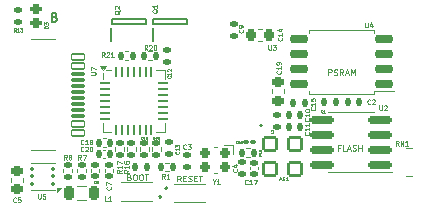
<source format=gto>
G04 #@! TF.GenerationSoftware,KiCad,Pcbnew,8.0.6*
G04 #@! TF.CreationDate,2024-11-11T10:15:46+01:00*
G04 #@! TF.ProjectId,V1,56312e6b-6963-4616-945f-706362585858,r0.1*
G04 #@! TF.SameCoordinates,Original*
G04 #@! TF.FileFunction,Legend,Top*
G04 #@! TF.FilePolarity,Positive*
%FSLAX46Y46*%
G04 Gerber Fmt 4.6, Leading zero omitted, Abs format (unit mm)*
G04 Created by KiCad (PCBNEW 8.0.6) date 2024-11-11 10:15:46*
%MOMM*%
%LPD*%
G01*
G04 APERTURE LIST*
G04 Aperture macros list*
%AMRoundRect*
0 Rectangle with rounded corners*
0 $1 Rounding radius*
0 $2 $3 $4 $5 $6 $7 $8 $9 X,Y pos of 4 corners*
0 Add a 4 corners polygon primitive as box body*
4,1,4,$2,$3,$4,$5,$6,$7,$8,$9,$2,$3,0*
0 Add four circle primitives for the rounded corners*
1,1,$1+$1,$2,$3*
1,1,$1+$1,$4,$5*
1,1,$1+$1,$6,$7*
1,1,$1+$1,$8,$9*
0 Add four rect primitives between the rounded corners*
20,1,$1+$1,$2,$3,$4,$5,0*
20,1,$1+$1,$4,$5,$6,$7,0*
20,1,$1+$1,$6,$7,$8,$9,0*
20,1,$1+$1,$8,$9,$2,$3,0*%
G04 Aperture macros list end*
%ADD10C,0.100000*%
%ADD11C,0.150000*%
%ADD12C,0.075000*%
%ADD13C,0.050000*%
%ADD14C,0.200000*%
%ADD15C,0.120000*%
%ADD16R,0.550000X0.550000*%
%ADD17C,1.524000*%
%ADD18R,1.270000X1.524000*%
%ADD19R,1.524000X1.270000*%
%ADD20RoundRect,0.193750X0.281250X-0.193750X0.281250X0.193750X-0.281250X0.193750X-0.281250X-0.193750X0*%
%ADD21RoundRect,0.147500X0.172500X-0.147500X0.172500X0.147500X-0.172500X0.147500X-0.172500X-0.147500X0*%
%ADD22C,0.650000*%
%ADD23RoundRect,0.075000X-0.550000X0.225000X-0.550000X-0.225000X0.550000X-0.225000X0.550000X0.225000X0*%
%ADD24RoundRect,0.075000X-0.550000X0.075000X-0.550000X-0.075000X0.550000X-0.075000X0.550000X0.075000X0*%
%ADD25O,1.900000X1.000000*%
%ADD26O,1.600000X1.000000*%
%ADD27RoundRect,0.218750X0.256250X-0.218750X0.256250X0.218750X-0.256250X0.218750X-0.256250X-0.218750X0*%
%ADD28RoundRect,0.147500X-0.172500X0.147500X-0.172500X-0.147500X0.172500X-0.147500X0.172500X0.147500X0*%
%ADD29RoundRect,0.147500X0.147500X0.172500X-0.147500X0.172500X-0.147500X-0.172500X0.147500X-0.172500X0*%
%ADD30RoundRect,0.062500X-0.337500X-0.062500X0.337500X-0.062500X0.337500X0.062500X-0.337500X0.062500X0*%
%ADD31RoundRect,0.062500X-0.062500X-0.337500X0.062500X-0.337500X0.062500X0.337500X-0.062500X0.337500X0*%
%ADD32R,3.350000X3.350000*%
%ADD33RoundRect,0.135000X0.135000X0.185000X-0.135000X0.185000X-0.135000X-0.185000X0.135000X-0.185000X0*%
%ADD34RoundRect,0.093750X0.093750X0.106250X-0.093750X0.106250X-0.093750X-0.106250X0.093750X-0.106250X0*%
%ADD35R,1.000000X1.600000*%
%ADD36RoundRect,0.150000X0.650000X0.150000X-0.650000X0.150000X-0.650000X-0.150000X0.650000X-0.150000X0*%
%ADD37RoundRect,0.135000X-0.185000X0.135000X-0.185000X-0.135000X0.185000X-0.135000X0.185000X0.135000X0*%
%ADD38RoundRect,0.135000X-0.135000X-0.185000X0.135000X-0.185000X0.135000X0.185000X-0.135000X0.185000X0*%
%ADD39RoundRect,0.218750X-0.218750X-0.256250X0.218750X-0.256250X0.218750X0.256250X-0.218750X0.256250X0*%
%ADD40R,0.500000X0.400000*%
%ADD41R,0.500000X0.300000*%
%ADD42R,0.600000X1.100000*%
%ADD43RoundRect,0.147500X-0.147500X-0.172500X0.147500X-0.172500X0.147500X0.172500X-0.147500X0.172500X0*%
%ADD44RoundRect,0.140000X-0.140000X-0.170000X0.140000X-0.170000X0.140000X0.170000X-0.140000X0.170000X0*%
%ADD45RoundRect,0.135000X0.185000X-0.135000X0.185000X0.135000X-0.185000X0.135000X-0.185000X-0.135000X0*%
%ADD46RoundRect,0.200000X-0.250000X0.200000X-0.250000X-0.200000X0.250000X-0.200000X0.250000X0.200000X0*%
%ADD47RoundRect,0.140000X0.170000X-0.140000X0.170000X0.140000X-0.170000X0.140000X-0.170000X-0.140000X0*%
%ADD48RoundRect,0.135000X0.540000X0.540000X-0.540000X0.540000X-0.540000X-0.540000X0.540000X-0.540000X0*%
%ADD49RoundRect,0.218750X-0.218750X-0.381250X0.218750X-0.381250X0.218750X0.381250X-0.218750X0.381250X0*%
%ADD50R,0.850000X0.200000*%
%ADD51R,0.200000X0.850000*%
%ADD52R,4.350000X4.350000*%
%ADD53RoundRect,0.150000X0.825000X0.150000X-0.825000X0.150000X-0.825000X-0.150000X0.825000X-0.150000X0*%
%ADD54RoundRect,0.225000X-0.250000X0.225000X-0.250000X-0.225000X0.250000X-0.225000X0.250000X0.225000X0*%
%ADD55RoundRect,0.100000X-0.130000X-0.100000X0.130000X-0.100000X0.130000X0.100000X-0.130000X0.100000X0*%
G04 APERTURE END LIST*
D10*
X127480952Y-97826109D02*
X127480952Y-97326109D01*
X127480952Y-97326109D02*
X127671428Y-97326109D01*
X127671428Y-97326109D02*
X127719047Y-97349919D01*
X127719047Y-97349919D02*
X127742857Y-97373728D01*
X127742857Y-97373728D02*
X127766666Y-97421347D01*
X127766666Y-97421347D02*
X127766666Y-97492776D01*
X127766666Y-97492776D02*
X127742857Y-97540395D01*
X127742857Y-97540395D02*
X127719047Y-97564204D01*
X127719047Y-97564204D02*
X127671428Y-97588014D01*
X127671428Y-97588014D02*
X127480952Y-97588014D01*
X127957143Y-97802300D02*
X128028571Y-97826109D01*
X128028571Y-97826109D02*
X128147619Y-97826109D01*
X128147619Y-97826109D02*
X128195238Y-97802300D01*
X128195238Y-97802300D02*
X128219047Y-97778490D01*
X128219047Y-97778490D02*
X128242857Y-97730871D01*
X128242857Y-97730871D02*
X128242857Y-97683252D01*
X128242857Y-97683252D02*
X128219047Y-97635633D01*
X128219047Y-97635633D02*
X128195238Y-97611823D01*
X128195238Y-97611823D02*
X128147619Y-97588014D01*
X128147619Y-97588014D02*
X128052381Y-97564204D01*
X128052381Y-97564204D02*
X128004762Y-97540395D01*
X128004762Y-97540395D02*
X127980952Y-97516585D01*
X127980952Y-97516585D02*
X127957143Y-97468966D01*
X127957143Y-97468966D02*
X127957143Y-97421347D01*
X127957143Y-97421347D02*
X127980952Y-97373728D01*
X127980952Y-97373728D02*
X128004762Y-97349919D01*
X128004762Y-97349919D02*
X128052381Y-97326109D01*
X128052381Y-97326109D02*
X128171428Y-97326109D01*
X128171428Y-97326109D02*
X128242857Y-97349919D01*
X128742856Y-97826109D02*
X128576190Y-97588014D01*
X128457142Y-97826109D02*
X128457142Y-97326109D01*
X128457142Y-97326109D02*
X128647618Y-97326109D01*
X128647618Y-97326109D02*
X128695237Y-97349919D01*
X128695237Y-97349919D02*
X128719047Y-97373728D01*
X128719047Y-97373728D02*
X128742856Y-97421347D01*
X128742856Y-97421347D02*
X128742856Y-97492776D01*
X128742856Y-97492776D02*
X128719047Y-97540395D01*
X128719047Y-97540395D02*
X128695237Y-97564204D01*
X128695237Y-97564204D02*
X128647618Y-97588014D01*
X128647618Y-97588014D02*
X128457142Y-97588014D01*
X128933333Y-97683252D02*
X129171428Y-97683252D01*
X128885714Y-97826109D02*
X129052380Y-97326109D01*
X129052380Y-97326109D02*
X129219047Y-97826109D01*
X129385713Y-97826109D02*
X129385713Y-97326109D01*
X129385713Y-97326109D02*
X129552380Y-97683252D01*
X129552380Y-97683252D02*
X129719046Y-97326109D01*
X129719046Y-97326109D02*
X129719046Y-97826109D01*
X128454762Y-103964204D02*
X128288095Y-103964204D01*
X128288095Y-104226109D02*
X128288095Y-103726109D01*
X128288095Y-103726109D02*
X128526190Y-103726109D01*
X128954761Y-104226109D02*
X128716666Y-104226109D01*
X128716666Y-104226109D02*
X128716666Y-103726109D01*
X129097619Y-104083252D02*
X129335714Y-104083252D01*
X129050000Y-104226109D02*
X129216666Y-103726109D01*
X129216666Y-103726109D02*
X129383333Y-104226109D01*
X129526190Y-104202300D02*
X129597618Y-104226109D01*
X129597618Y-104226109D02*
X129716666Y-104226109D01*
X129716666Y-104226109D02*
X129764285Y-104202300D01*
X129764285Y-104202300D02*
X129788094Y-104178490D01*
X129788094Y-104178490D02*
X129811904Y-104130871D01*
X129811904Y-104130871D02*
X129811904Y-104083252D01*
X129811904Y-104083252D02*
X129788094Y-104035633D01*
X129788094Y-104035633D02*
X129764285Y-104011823D01*
X129764285Y-104011823D02*
X129716666Y-103988014D01*
X129716666Y-103988014D02*
X129621428Y-103964204D01*
X129621428Y-103964204D02*
X129573809Y-103940395D01*
X129573809Y-103940395D02*
X129549999Y-103916585D01*
X129549999Y-103916585D02*
X129526190Y-103868966D01*
X129526190Y-103868966D02*
X129526190Y-103821347D01*
X129526190Y-103821347D02*
X129549999Y-103773728D01*
X129549999Y-103773728D02*
X129573809Y-103749919D01*
X129573809Y-103749919D02*
X129621428Y-103726109D01*
X129621428Y-103726109D02*
X129740475Y-103726109D01*
X129740475Y-103726109D02*
X129811904Y-103749919D01*
X130026189Y-104226109D02*
X130026189Y-103726109D01*
X130026189Y-103964204D02*
X130311903Y-103964204D01*
X130311903Y-104226109D02*
X130311903Y-103726109D01*
X110621428Y-106464204D02*
X110692856Y-106488014D01*
X110692856Y-106488014D02*
X110716666Y-106511823D01*
X110716666Y-106511823D02*
X110740475Y-106559442D01*
X110740475Y-106559442D02*
X110740475Y-106630871D01*
X110740475Y-106630871D02*
X110716666Y-106678490D01*
X110716666Y-106678490D02*
X110692856Y-106702300D01*
X110692856Y-106702300D02*
X110645237Y-106726109D01*
X110645237Y-106726109D02*
X110454761Y-106726109D01*
X110454761Y-106726109D02*
X110454761Y-106226109D01*
X110454761Y-106226109D02*
X110621428Y-106226109D01*
X110621428Y-106226109D02*
X110669047Y-106249919D01*
X110669047Y-106249919D02*
X110692856Y-106273728D01*
X110692856Y-106273728D02*
X110716666Y-106321347D01*
X110716666Y-106321347D02*
X110716666Y-106368966D01*
X110716666Y-106368966D02*
X110692856Y-106416585D01*
X110692856Y-106416585D02*
X110669047Y-106440395D01*
X110669047Y-106440395D02*
X110621428Y-106464204D01*
X110621428Y-106464204D02*
X110454761Y-106464204D01*
X111049999Y-106226109D02*
X111145237Y-106226109D01*
X111145237Y-106226109D02*
X111192856Y-106249919D01*
X111192856Y-106249919D02*
X111240475Y-106297538D01*
X111240475Y-106297538D02*
X111264285Y-106392776D01*
X111264285Y-106392776D02*
X111264285Y-106559442D01*
X111264285Y-106559442D02*
X111240475Y-106654680D01*
X111240475Y-106654680D02*
X111192856Y-106702300D01*
X111192856Y-106702300D02*
X111145237Y-106726109D01*
X111145237Y-106726109D02*
X111049999Y-106726109D01*
X111049999Y-106726109D02*
X111002380Y-106702300D01*
X111002380Y-106702300D02*
X110954761Y-106654680D01*
X110954761Y-106654680D02*
X110930952Y-106559442D01*
X110930952Y-106559442D02*
X110930952Y-106392776D01*
X110930952Y-106392776D02*
X110954761Y-106297538D01*
X110954761Y-106297538D02*
X111002380Y-106249919D01*
X111002380Y-106249919D02*
X111049999Y-106226109D01*
X111573809Y-106226109D02*
X111669047Y-106226109D01*
X111669047Y-106226109D02*
X111716666Y-106249919D01*
X111716666Y-106249919D02*
X111764285Y-106297538D01*
X111764285Y-106297538D02*
X111788095Y-106392776D01*
X111788095Y-106392776D02*
X111788095Y-106559442D01*
X111788095Y-106559442D02*
X111764285Y-106654680D01*
X111764285Y-106654680D02*
X111716666Y-106702300D01*
X111716666Y-106702300D02*
X111669047Y-106726109D01*
X111669047Y-106726109D02*
X111573809Y-106726109D01*
X111573809Y-106726109D02*
X111526190Y-106702300D01*
X111526190Y-106702300D02*
X111478571Y-106654680D01*
X111478571Y-106654680D02*
X111454762Y-106559442D01*
X111454762Y-106559442D02*
X111454762Y-106392776D01*
X111454762Y-106392776D02*
X111478571Y-106297538D01*
X111478571Y-106297538D02*
X111526190Y-106249919D01*
X111526190Y-106249919D02*
X111573809Y-106226109D01*
X111930953Y-106226109D02*
X112216667Y-106226109D01*
X112073810Y-106726109D02*
X112073810Y-106226109D01*
X114973809Y-106826109D02*
X114807143Y-106588014D01*
X114688095Y-106826109D02*
X114688095Y-106326109D01*
X114688095Y-106326109D02*
X114878571Y-106326109D01*
X114878571Y-106326109D02*
X114926190Y-106349919D01*
X114926190Y-106349919D02*
X114950000Y-106373728D01*
X114950000Y-106373728D02*
X114973809Y-106421347D01*
X114973809Y-106421347D02*
X114973809Y-106492776D01*
X114973809Y-106492776D02*
X114950000Y-106540395D01*
X114950000Y-106540395D02*
X114926190Y-106564204D01*
X114926190Y-106564204D02*
X114878571Y-106588014D01*
X114878571Y-106588014D02*
X114688095Y-106588014D01*
X115188095Y-106564204D02*
X115354762Y-106564204D01*
X115426190Y-106826109D02*
X115188095Y-106826109D01*
X115188095Y-106826109D02*
X115188095Y-106326109D01*
X115188095Y-106326109D02*
X115426190Y-106326109D01*
X115616667Y-106802300D02*
X115688095Y-106826109D01*
X115688095Y-106826109D02*
X115807143Y-106826109D01*
X115807143Y-106826109D02*
X115854762Y-106802300D01*
X115854762Y-106802300D02*
X115878571Y-106778490D01*
X115878571Y-106778490D02*
X115902381Y-106730871D01*
X115902381Y-106730871D02*
X115902381Y-106683252D01*
X115902381Y-106683252D02*
X115878571Y-106635633D01*
X115878571Y-106635633D02*
X115854762Y-106611823D01*
X115854762Y-106611823D02*
X115807143Y-106588014D01*
X115807143Y-106588014D02*
X115711905Y-106564204D01*
X115711905Y-106564204D02*
X115664286Y-106540395D01*
X115664286Y-106540395D02*
X115640476Y-106516585D01*
X115640476Y-106516585D02*
X115616667Y-106468966D01*
X115616667Y-106468966D02*
X115616667Y-106421347D01*
X115616667Y-106421347D02*
X115640476Y-106373728D01*
X115640476Y-106373728D02*
X115664286Y-106349919D01*
X115664286Y-106349919D02*
X115711905Y-106326109D01*
X115711905Y-106326109D02*
X115830952Y-106326109D01*
X115830952Y-106326109D02*
X115902381Y-106349919D01*
X116116666Y-106564204D02*
X116283333Y-106564204D01*
X116354761Y-106826109D02*
X116116666Y-106826109D01*
X116116666Y-106826109D02*
X116116666Y-106326109D01*
X116116666Y-106326109D02*
X116354761Y-106326109D01*
X116497619Y-106326109D02*
X116783333Y-106326109D01*
X116640476Y-106826109D02*
X116640476Y-106326109D01*
D11*
X104303571Y-92896307D02*
X104410714Y-92932021D01*
X104410714Y-92932021D02*
X104446428Y-92967735D01*
X104446428Y-92967735D02*
X104482142Y-93039164D01*
X104482142Y-93039164D02*
X104482142Y-93146307D01*
X104482142Y-93146307D02*
X104446428Y-93217735D01*
X104446428Y-93217735D02*
X104410714Y-93253450D01*
X104410714Y-93253450D02*
X104339285Y-93289164D01*
X104339285Y-93289164D02*
X104053571Y-93289164D01*
X104053571Y-93289164D02*
X104053571Y-92539164D01*
X104053571Y-92539164D02*
X104303571Y-92539164D01*
X104303571Y-92539164D02*
X104375000Y-92574878D01*
X104375000Y-92574878D02*
X104410714Y-92610592D01*
X104410714Y-92610592D02*
X104446428Y-92682021D01*
X104446428Y-92682021D02*
X104446428Y-92753450D01*
X104446428Y-92753450D02*
X104410714Y-92824878D01*
X104410714Y-92824878D02*
X104375000Y-92860592D01*
X104375000Y-92860592D02*
X104303571Y-92896307D01*
X104303571Y-92896307D02*
X104053571Y-92896307D01*
D12*
X103734885Y-93821428D02*
X103434885Y-93821428D01*
X103434885Y-93821428D02*
X103434885Y-93749999D01*
X103434885Y-93749999D02*
X103449171Y-93707142D01*
X103449171Y-93707142D02*
X103477742Y-93678571D01*
X103477742Y-93678571D02*
X103506314Y-93664285D01*
X103506314Y-93664285D02*
X103563457Y-93649999D01*
X103563457Y-93649999D02*
X103606314Y-93649999D01*
X103606314Y-93649999D02*
X103663457Y-93664285D01*
X103663457Y-93664285D02*
X103692028Y-93678571D01*
X103692028Y-93678571D02*
X103720600Y-93707142D01*
X103720600Y-93707142D02*
X103734885Y-93749999D01*
X103734885Y-93749999D02*
X103734885Y-93821428D01*
X103434885Y-93549999D02*
X103434885Y-93364285D01*
X103434885Y-93364285D02*
X103549171Y-93464285D01*
X103549171Y-93464285D02*
X103549171Y-93421428D01*
X103549171Y-93421428D02*
X103563457Y-93392857D01*
X103563457Y-93392857D02*
X103577742Y-93378571D01*
X103577742Y-93378571D02*
X103606314Y-93364285D01*
X103606314Y-93364285D02*
X103677742Y-93364285D01*
X103677742Y-93364285D02*
X103706314Y-93378571D01*
X103706314Y-93378571D02*
X103720600Y-93392857D01*
X103720600Y-93392857D02*
X103734885Y-93421428D01*
X103734885Y-93421428D02*
X103734885Y-93507142D01*
X103734885Y-93507142D02*
X103720600Y-93535714D01*
X103720600Y-93535714D02*
X103706314Y-93549999D01*
D10*
X120241752Y-93966666D02*
X120260800Y-93985714D01*
X120260800Y-93985714D02*
X120279847Y-94042856D01*
X120279847Y-94042856D02*
X120279847Y-94080952D01*
X120279847Y-94080952D02*
X120260800Y-94138095D01*
X120260800Y-94138095D02*
X120222704Y-94176190D01*
X120222704Y-94176190D02*
X120184609Y-94195237D01*
X120184609Y-94195237D02*
X120108419Y-94214285D01*
X120108419Y-94214285D02*
X120051276Y-94214285D01*
X120051276Y-94214285D02*
X119975085Y-94195237D01*
X119975085Y-94195237D02*
X119936990Y-94176190D01*
X119936990Y-94176190D02*
X119898895Y-94138095D01*
X119898895Y-94138095D02*
X119879847Y-94080952D01*
X119879847Y-94080952D02*
X119879847Y-94042856D01*
X119879847Y-94042856D02*
X119898895Y-93985714D01*
X119898895Y-93985714D02*
X119917942Y-93966666D01*
X120279847Y-93776190D02*
X120279847Y-93699999D01*
X120279847Y-93699999D02*
X120260800Y-93661904D01*
X120260800Y-93661904D02*
X120241752Y-93642856D01*
X120241752Y-93642856D02*
X120184609Y-93604761D01*
X120184609Y-93604761D02*
X120108419Y-93585714D01*
X120108419Y-93585714D02*
X119956038Y-93585714D01*
X119956038Y-93585714D02*
X119917942Y-93604761D01*
X119917942Y-93604761D02*
X119898895Y-93623809D01*
X119898895Y-93623809D02*
X119879847Y-93661904D01*
X119879847Y-93661904D02*
X119879847Y-93738095D01*
X119879847Y-93738095D02*
X119898895Y-93776190D01*
X119898895Y-93776190D02*
X119917942Y-93795237D01*
X119917942Y-93795237D02*
X119956038Y-93814285D01*
X119956038Y-93814285D02*
X120051276Y-93814285D01*
X120051276Y-93814285D02*
X120089371Y-93795237D01*
X120089371Y-93795237D02*
X120108419Y-93776190D01*
X120108419Y-93776190D02*
X120127466Y-93738095D01*
X120127466Y-93738095D02*
X120127466Y-93661904D01*
X120127466Y-93661904D02*
X120108419Y-93623809D01*
X120108419Y-93623809D02*
X120089371Y-93604761D01*
X120089371Y-93604761D02*
X120051276Y-93585714D01*
X123441752Y-97457142D02*
X123460800Y-97476190D01*
X123460800Y-97476190D02*
X123479847Y-97533332D01*
X123479847Y-97533332D02*
X123479847Y-97571428D01*
X123479847Y-97571428D02*
X123460800Y-97628571D01*
X123460800Y-97628571D02*
X123422704Y-97666666D01*
X123422704Y-97666666D02*
X123384609Y-97685713D01*
X123384609Y-97685713D02*
X123308419Y-97704761D01*
X123308419Y-97704761D02*
X123251276Y-97704761D01*
X123251276Y-97704761D02*
X123175085Y-97685713D01*
X123175085Y-97685713D02*
X123136990Y-97666666D01*
X123136990Y-97666666D02*
X123098895Y-97628571D01*
X123098895Y-97628571D02*
X123079847Y-97571428D01*
X123079847Y-97571428D02*
X123079847Y-97533332D01*
X123079847Y-97533332D02*
X123098895Y-97476190D01*
X123098895Y-97476190D02*
X123117942Y-97457142D01*
X123479847Y-97076190D02*
X123479847Y-97304761D01*
X123479847Y-97190475D02*
X123079847Y-97190475D01*
X123079847Y-97190475D02*
X123136990Y-97228571D01*
X123136990Y-97228571D02*
X123175085Y-97266666D01*
X123175085Y-97266666D02*
X123194133Y-97304761D01*
X123479847Y-96885714D02*
X123479847Y-96809523D01*
X123479847Y-96809523D02*
X123460800Y-96771428D01*
X123460800Y-96771428D02*
X123441752Y-96752380D01*
X123441752Y-96752380D02*
X123384609Y-96714285D01*
X123384609Y-96714285D02*
X123308419Y-96695238D01*
X123308419Y-96695238D02*
X123156038Y-96695238D01*
X123156038Y-96695238D02*
X123117942Y-96714285D01*
X123117942Y-96714285D02*
X123098895Y-96733333D01*
X123098895Y-96733333D02*
X123079847Y-96771428D01*
X123079847Y-96771428D02*
X123079847Y-96847619D01*
X123079847Y-96847619D02*
X123098895Y-96885714D01*
X123098895Y-96885714D02*
X123117942Y-96904761D01*
X123117942Y-96904761D02*
X123156038Y-96923809D01*
X123156038Y-96923809D02*
X123251276Y-96923809D01*
X123251276Y-96923809D02*
X123289371Y-96904761D01*
X123289371Y-96904761D02*
X123308419Y-96885714D01*
X123308419Y-96885714D02*
X123327466Y-96847619D01*
X123327466Y-96847619D02*
X123327466Y-96771428D01*
X123327466Y-96771428D02*
X123308419Y-96733333D01*
X123308419Y-96733333D02*
X123289371Y-96714285D01*
X123289371Y-96714285D02*
X123251276Y-96695238D01*
D12*
X101007143Y-94134885D02*
X100907143Y-93992028D01*
X100835714Y-94134885D02*
X100835714Y-93834885D01*
X100835714Y-93834885D02*
X100950000Y-93834885D01*
X100950000Y-93834885D02*
X100978571Y-93849171D01*
X100978571Y-93849171D02*
X100992857Y-93863457D01*
X100992857Y-93863457D02*
X101007143Y-93892028D01*
X101007143Y-93892028D02*
X101007143Y-93934885D01*
X101007143Y-93934885D02*
X100992857Y-93963457D01*
X100992857Y-93963457D02*
X100978571Y-93977742D01*
X100978571Y-93977742D02*
X100950000Y-93992028D01*
X100950000Y-93992028D02*
X100835714Y-93992028D01*
X101292857Y-94134885D02*
X101121428Y-94134885D01*
X101207143Y-94134885D02*
X101207143Y-93834885D01*
X101207143Y-93834885D02*
X101178571Y-93877742D01*
X101178571Y-93877742D02*
X101150000Y-93906314D01*
X101150000Y-93906314D02*
X101121428Y-93920600D01*
X101392857Y-93834885D02*
X101578571Y-93834885D01*
X101578571Y-93834885D02*
X101478571Y-93949171D01*
X101478571Y-93949171D02*
X101521428Y-93949171D01*
X101521428Y-93949171D02*
X101550000Y-93963457D01*
X101550000Y-93963457D02*
X101564285Y-93977742D01*
X101564285Y-93977742D02*
X101578571Y-94006314D01*
X101578571Y-94006314D02*
X101578571Y-94077742D01*
X101578571Y-94077742D02*
X101564285Y-94106314D01*
X101564285Y-94106314D02*
X101550000Y-94120600D01*
X101550000Y-94120600D02*
X101521428Y-94134885D01*
X101521428Y-94134885D02*
X101435714Y-94134885D01*
X101435714Y-94134885D02*
X101407142Y-94120600D01*
X101407142Y-94120600D02*
X101392857Y-94106314D01*
X114106314Y-97892856D02*
X114120600Y-97907142D01*
X114120600Y-97907142D02*
X114134885Y-97949999D01*
X114134885Y-97949999D02*
X114134885Y-97978571D01*
X114134885Y-97978571D02*
X114120600Y-98021428D01*
X114120600Y-98021428D02*
X114092028Y-98049999D01*
X114092028Y-98049999D02*
X114063457Y-98064285D01*
X114063457Y-98064285D02*
X114006314Y-98078571D01*
X114006314Y-98078571D02*
X113963457Y-98078571D01*
X113963457Y-98078571D02*
X113906314Y-98064285D01*
X113906314Y-98064285D02*
X113877742Y-98049999D01*
X113877742Y-98049999D02*
X113849171Y-98021428D01*
X113849171Y-98021428D02*
X113834885Y-97978571D01*
X113834885Y-97978571D02*
X113834885Y-97949999D01*
X113834885Y-97949999D02*
X113849171Y-97907142D01*
X113849171Y-97907142D02*
X113863457Y-97892856D01*
X114134885Y-97607142D02*
X114134885Y-97778571D01*
X114134885Y-97692856D02*
X113834885Y-97692856D01*
X113834885Y-97692856D02*
X113877742Y-97721428D01*
X113877742Y-97721428D02*
X113906314Y-97749999D01*
X113906314Y-97749999D02*
X113920600Y-97778571D01*
X113863457Y-97492857D02*
X113849171Y-97478571D01*
X113849171Y-97478571D02*
X113834885Y-97450000D01*
X113834885Y-97450000D02*
X113834885Y-97378571D01*
X113834885Y-97378571D02*
X113849171Y-97350000D01*
X113849171Y-97350000D02*
X113863457Y-97335714D01*
X113863457Y-97335714D02*
X113892028Y-97321428D01*
X113892028Y-97321428D02*
X113920600Y-97321428D01*
X113920600Y-97321428D02*
X113963457Y-97335714D01*
X113963457Y-97335714D02*
X114134885Y-97507142D01*
X114134885Y-97507142D02*
X114134885Y-97321428D01*
D10*
X107379847Y-97804761D02*
X107703657Y-97804761D01*
X107703657Y-97804761D02*
X107741752Y-97785714D01*
X107741752Y-97785714D02*
X107760800Y-97766666D01*
X107760800Y-97766666D02*
X107779847Y-97728571D01*
X107779847Y-97728571D02*
X107779847Y-97652380D01*
X107779847Y-97652380D02*
X107760800Y-97614285D01*
X107760800Y-97614285D02*
X107741752Y-97595238D01*
X107741752Y-97595238D02*
X107703657Y-97576190D01*
X107703657Y-97576190D02*
X107379847Y-97576190D01*
X107379847Y-97423809D02*
X107379847Y-97157142D01*
X107379847Y-97157142D02*
X107779847Y-97328571D01*
X113633333Y-106579847D02*
X113500000Y-106389371D01*
X113404762Y-106579847D02*
X113404762Y-106179847D01*
X113404762Y-106179847D02*
X113557143Y-106179847D01*
X113557143Y-106179847D02*
X113595238Y-106198895D01*
X113595238Y-106198895D02*
X113614285Y-106217942D01*
X113614285Y-106217942D02*
X113633333Y-106256038D01*
X113633333Y-106256038D02*
X113633333Y-106313180D01*
X113633333Y-106313180D02*
X113614285Y-106351276D01*
X113614285Y-106351276D02*
X113595238Y-106370323D01*
X113595238Y-106370323D02*
X113557143Y-106389371D01*
X113557143Y-106389371D02*
X113404762Y-106389371D01*
X114014285Y-106579847D02*
X113785714Y-106579847D01*
X113900000Y-106579847D02*
X113900000Y-106179847D01*
X113900000Y-106179847D02*
X113861904Y-106236990D01*
X113861904Y-106236990D02*
X113823809Y-106275085D01*
X113823809Y-106275085D02*
X113785714Y-106294133D01*
X102895238Y-107879847D02*
X102895238Y-108203657D01*
X102895238Y-108203657D02*
X102914285Y-108241752D01*
X102914285Y-108241752D02*
X102933333Y-108260800D01*
X102933333Y-108260800D02*
X102971428Y-108279847D01*
X102971428Y-108279847D02*
X103047619Y-108279847D01*
X103047619Y-108279847D02*
X103085714Y-108260800D01*
X103085714Y-108260800D02*
X103104761Y-108241752D01*
X103104761Y-108241752D02*
X103123809Y-108203657D01*
X103123809Y-108203657D02*
X103123809Y-107879847D01*
X103504762Y-107879847D02*
X103314286Y-107879847D01*
X103314286Y-107879847D02*
X103295238Y-108070323D01*
X103295238Y-108070323D02*
X103314286Y-108051276D01*
X103314286Y-108051276D02*
X103352381Y-108032228D01*
X103352381Y-108032228D02*
X103447619Y-108032228D01*
X103447619Y-108032228D02*
X103485714Y-108051276D01*
X103485714Y-108051276D02*
X103504762Y-108070323D01*
X103504762Y-108070323D02*
X103523809Y-108108419D01*
X103523809Y-108108419D02*
X103523809Y-108203657D01*
X103523809Y-108203657D02*
X103504762Y-108241752D01*
X103504762Y-108241752D02*
X103485714Y-108260800D01*
X103485714Y-108260800D02*
X103447619Y-108279847D01*
X103447619Y-108279847D02*
X103352381Y-108279847D01*
X103352381Y-108279847D02*
X103314286Y-108260800D01*
X103314286Y-108260800D02*
X103295238Y-108241752D01*
X115433333Y-104041752D02*
X115414285Y-104060800D01*
X115414285Y-104060800D02*
X115357143Y-104079847D01*
X115357143Y-104079847D02*
X115319047Y-104079847D01*
X115319047Y-104079847D02*
X115261904Y-104060800D01*
X115261904Y-104060800D02*
X115223809Y-104022704D01*
X115223809Y-104022704D02*
X115204762Y-103984609D01*
X115204762Y-103984609D02*
X115185714Y-103908419D01*
X115185714Y-103908419D02*
X115185714Y-103851276D01*
X115185714Y-103851276D02*
X115204762Y-103775085D01*
X115204762Y-103775085D02*
X115223809Y-103736990D01*
X115223809Y-103736990D02*
X115261904Y-103698895D01*
X115261904Y-103698895D02*
X115319047Y-103679847D01*
X115319047Y-103679847D02*
X115357143Y-103679847D01*
X115357143Y-103679847D02*
X115414285Y-103698895D01*
X115414285Y-103698895D02*
X115433333Y-103717942D01*
X115566666Y-103679847D02*
X115814285Y-103679847D01*
X115814285Y-103679847D02*
X115680952Y-103832228D01*
X115680952Y-103832228D02*
X115738095Y-103832228D01*
X115738095Y-103832228D02*
X115776190Y-103851276D01*
X115776190Y-103851276D02*
X115795238Y-103870323D01*
X115795238Y-103870323D02*
X115814285Y-103908419D01*
X115814285Y-103908419D02*
X115814285Y-104003657D01*
X115814285Y-104003657D02*
X115795238Y-104041752D01*
X115795238Y-104041752D02*
X115776190Y-104060800D01*
X115776190Y-104060800D02*
X115738095Y-104079847D01*
X115738095Y-104079847D02*
X115623809Y-104079847D01*
X115623809Y-104079847D02*
X115585714Y-104060800D01*
X115585714Y-104060800D02*
X115566666Y-104041752D01*
X130595238Y-93379847D02*
X130595238Y-93703657D01*
X130595238Y-93703657D02*
X130614285Y-93741752D01*
X130614285Y-93741752D02*
X130633333Y-93760800D01*
X130633333Y-93760800D02*
X130671428Y-93779847D01*
X130671428Y-93779847D02*
X130747619Y-93779847D01*
X130747619Y-93779847D02*
X130785714Y-93760800D01*
X130785714Y-93760800D02*
X130804761Y-93741752D01*
X130804761Y-93741752D02*
X130823809Y-93703657D01*
X130823809Y-93703657D02*
X130823809Y-93379847D01*
X131185714Y-93513180D02*
X131185714Y-93779847D01*
X131090476Y-93360800D02*
X130995238Y-93646514D01*
X130995238Y-93646514D02*
X131242857Y-93646514D01*
X110579847Y-105857142D02*
X110389371Y-105990475D01*
X110579847Y-106085713D02*
X110179847Y-106085713D01*
X110179847Y-106085713D02*
X110179847Y-105933332D01*
X110179847Y-105933332D02*
X110198895Y-105895237D01*
X110198895Y-105895237D02*
X110217942Y-105876190D01*
X110217942Y-105876190D02*
X110256038Y-105857142D01*
X110256038Y-105857142D02*
X110313180Y-105857142D01*
X110313180Y-105857142D02*
X110351276Y-105876190D01*
X110351276Y-105876190D02*
X110370323Y-105895237D01*
X110370323Y-105895237D02*
X110389371Y-105933332D01*
X110389371Y-105933332D02*
X110389371Y-106085713D01*
X110579847Y-105476190D02*
X110579847Y-105704761D01*
X110579847Y-105590475D02*
X110179847Y-105590475D01*
X110179847Y-105590475D02*
X110236990Y-105628571D01*
X110236990Y-105628571D02*
X110275085Y-105666666D01*
X110275085Y-105666666D02*
X110294133Y-105704761D01*
X110179847Y-105133333D02*
X110179847Y-105209523D01*
X110179847Y-105209523D02*
X110198895Y-105247619D01*
X110198895Y-105247619D02*
X110217942Y-105266666D01*
X110217942Y-105266666D02*
X110275085Y-105304761D01*
X110275085Y-105304761D02*
X110351276Y-105323809D01*
X110351276Y-105323809D02*
X110503657Y-105323809D01*
X110503657Y-105323809D02*
X110541752Y-105304761D01*
X110541752Y-105304761D02*
X110560800Y-105285714D01*
X110560800Y-105285714D02*
X110579847Y-105247619D01*
X110579847Y-105247619D02*
X110579847Y-105171428D01*
X110579847Y-105171428D02*
X110560800Y-105133333D01*
X110560800Y-105133333D02*
X110541752Y-105114285D01*
X110541752Y-105114285D02*
X110503657Y-105095238D01*
X110503657Y-105095238D02*
X110408419Y-105095238D01*
X110408419Y-105095238D02*
X110370323Y-105114285D01*
X110370323Y-105114285D02*
X110351276Y-105133333D01*
X110351276Y-105133333D02*
X110332228Y-105171428D01*
X110332228Y-105171428D02*
X110332228Y-105247619D01*
X110332228Y-105247619D02*
X110351276Y-105285714D01*
X110351276Y-105285714D02*
X110370323Y-105304761D01*
X110370323Y-105304761D02*
X110408419Y-105323809D01*
X108542857Y-96279847D02*
X108409524Y-96089371D01*
X108314286Y-96279847D02*
X108314286Y-95879847D01*
X108314286Y-95879847D02*
X108466667Y-95879847D01*
X108466667Y-95879847D02*
X108504762Y-95898895D01*
X108504762Y-95898895D02*
X108523809Y-95917942D01*
X108523809Y-95917942D02*
X108542857Y-95956038D01*
X108542857Y-95956038D02*
X108542857Y-96013180D01*
X108542857Y-96013180D02*
X108523809Y-96051276D01*
X108523809Y-96051276D02*
X108504762Y-96070323D01*
X108504762Y-96070323D02*
X108466667Y-96089371D01*
X108466667Y-96089371D02*
X108314286Y-96089371D01*
X108695238Y-95917942D02*
X108714286Y-95898895D01*
X108714286Y-95898895D02*
X108752381Y-95879847D01*
X108752381Y-95879847D02*
X108847619Y-95879847D01*
X108847619Y-95879847D02*
X108885714Y-95898895D01*
X108885714Y-95898895D02*
X108904762Y-95917942D01*
X108904762Y-95917942D02*
X108923809Y-95956038D01*
X108923809Y-95956038D02*
X108923809Y-95994133D01*
X108923809Y-95994133D02*
X108904762Y-96051276D01*
X108904762Y-96051276D02*
X108676190Y-96279847D01*
X108676190Y-96279847D02*
X108923809Y-96279847D01*
X109304761Y-96279847D02*
X109076190Y-96279847D01*
X109190476Y-96279847D02*
X109190476Y-95879847D01*
X109190476Y-95879847D02*
X109152380Y-95936990D01*
X109152380Y-95936990D02*
X109114285Y-95975085D01*
X109114285Y-95975085D02*
X109076190Y-95994133D01*
X123541752Y-94657142D02*
X123560800Y-94676190D01*
X123560800Y-94676190D02*
X123579847Y-94733332D01*
X123579847Y-94733332D02*
X123579847Y-94771428D01*
X123579847Y-94771428D02*
X123560800Y-94828571D01*
X123560800Y-94828571D02*
X123522704Y-94866666D01*
X123522704Y-94866666D02*
X123484609Y-94885713D01*
X123484609Y-94885713D02*
X123408419Y-94904761D01*
X123408419Y-94904761D02*
X123351276Y-94904761D01*
X123351276Y-94904761D02*
X123275085Y-94885713D01*
X123275085Y-94885713D02*
X123236990Y-94866666D01*
X123236990Y-94866666D02*
X123198895Y-94828571D01*
X123198895Y-94828571D02*
X123179847Y-94771428D01*
X123179847Y-94771428D02*
X123179847Y-94733332D01*
X123179847Y-94733332D02*
X123198895Y-94676190D01*
X123198895Y-94676190D02*
X123217942Y-94657142D01*
X123579847Y-94276190D02*
X123579847Y-94504761D01*
X123579847Y-94390475D02*
X123179847Y-94390475D01*
X123179847Y-94390475D02*
X123236990Y-94428571D01*
X123236990Y-94428571D02*
X123275085Y-94466666D01*
X123275085Y-94466666D02*
X123294133Y-94504761D01*
X123313180Y-93933333D02*
X123579847Y-93933333D01*
X123160800Y-94028571D02*
X123446514Y-94123809D01*
X123446514Y-94123809D02*
X123446514Y-93876190D01*
X133423809Y-103779847D02*
X133290476Y-103589371D01*
X133195238Y-103779847D02*
X133195238Y-103379847D01*
X133195238Y-103379847D02*
X133347619Y-103379847D01*
X133347619Y-103379847D02*
X133385714Y-103398895D01*
X133385714Y-103398895D02*
X133404761Y-103417942D01*
X133404761Y-103417942D02*
X133423809Y-103456038D01*
X133423809Y-103456038D02*
X133423809Y-103513180D01*
X133423809Y-103513180D02*
X133404761Y-103551276D01*
X133404761Y-103551276D02*
X133385714Y-103570323D01*
X133385714Y-103570323D02*
X133347619Y-103589371D01*
X133347619Y-103589371D02*
X133195238Y-103589371D01*
X133595238Y-103779847D02*
X133595238Y-103379847D01*
X133595238Y-103379847D02*
X133823809Y-103779847D01*
X133823809Y-103779847D02*
X133823809Y-103379847D01*
X134223809Y-103779847D02*
X133995238Y-103779847D01*
X134109524Y-103779847D02*
X134109524Y-103379847D01*
X134109524Y-103379847D02*
X134071428Y-103436990D01*
X134071428Y-103436990D02*
X134033333Y-103475085D01*
X134033333Y-103475085D02*
X133995238Y-103494133D01*
X113017942Y-92238095D02*
X112998895Y-92276190D01*
X112998895Y-92276190D02*
X112960800Y-92314285D01*
X112960800Y-92314285D02*
X112903657Y-92371428D01*
X112903657Y-92371428D02*
X112884609Y-92409523D01*
X112884609Y-92409523D02*
X112884609Y-92447619D01*
X112979847Y-92428571D02*
X112960800Y-92466666D01*
X112960800Y-92466666D02*
X112922704Y-92504761D01*
X112922704Y-92504761D02*
X112846514Y-92523809D01*
X112846514Y-92523809D02*
X112713180Y-92523809D01*
X112713180Y-92523809D02*
X112636990Y-92504761D01*
X112636990Y-92504761D02*
X112598895Y-92466666D01*
X112598895Y-92466666D02*
X112579847Y-92428571D01*
X112579847Y-92428571D02*
X112579847Y-92352380D01*
X112579847Y-92352380D02*
X112598895Y-92314285D01*
X112598895Y-92314285D02*
X112636990Y-92276190D01*
X112636990Y-92276190D02*
X112713180Y-92257142D01*
X112713180Y-92257142D02*
X112846514Y-92257142D01*
X112846514Y-92257142D02*
X112922704Y-92276190D01*
X112922704Y-92276190D02*
X112960800Y-92314285D01*
X112960800Y-92314285D02*
X112979847Y-92352380D01*
X112979847Y-92352380D02*
X112979847Y-92428571D01*
X112979847Y-91876190D02*
X112979847Y-92104761D01*
X112979847Y-91990475D02*
X112579847Y-91990475D01*
X112579847Y-91990475D02*
X112636990Y-92028571D01*
X112636990Y-92028571D02*
X112675085Y-92066666D01*
X112675085Y-92066666D02*
X112694133Y-92104761D01*
D13*
X122789923Y-102633332D02*
X122789923Y-102728570D01*
X122789923Y-102728570D02*
X122589923Y-102728570D01*
X122608971Y-102576189D02*
X122599447Y-102566665D01*
X122599447Y-102566665D02*
X122589923Y-102547618D01*
X122589923Y-102547618D02*
X122589923Y-102499999D01*
X122589923Y-102499999D02*
X122599447Y-102480951D01*
X122599447Y-102480951D02*
X122608971Y-102471427D01*
X122608971Y-102471427D02*
X122628019Y-102461904D01*
X122628019Y-102461904D02*
X122647066Y-102461904D01*
X122647066Y-102461904D02*
X122675638Y-102471427D01*
X122675638Y-102471427D02*
X122789923Y-102585713D01*
X122789923Y-102585713D02*
X122789923Y-102461904D01*
D10*
X125841752Y-102657142D02*
X125860800Y-102676190D01*
X125860800Y-102676190D02*
X125879847Y-102733332D01*
X125879847Y-102733332D02*
X125879847Y-102771428D01*
X125879847Y-102771428D02*
X125860800Y-102828571D01*
X125860800Y-102828571D02*
X125822704Y-102866666D01*
X125822704Y-102866666D02*
X125784609Y-102885713D01*
X125784609Y-102885713D02*
X125708419Y-102904761D01*
X125708419Y-102904761D02*
X125651276Y-102904761D01*
X125651276Y-102904761D02*
X125575085Y-102885713D01*
X125575085Y-102885713D02*
X125536990Y-102866666D01*
X125536990Y-102866666D02*
X125498895Y-102828571D01*
X125498895Y-102828571D02*
X125479847Y-102771428D01*
X125479847Y-102771428D02*
X125479847Y-102733332D01*
X125479847Y-102733332D02*
X125498895Y-102676190D01*
X125498895Y-102676190D02*
X125517942Y-102657142D01*
X125879847Y-102276190D02*
X125879847Y-102504761D01*
X125879847Y-102390475D02*
X125479847Y-102390475D01*
X125479847Y-102390475D02*
X125536990Y-102428571D01*
X125536990Y-102428571D02*
X125575085Y-102466666D01*
X125575085Y-102466666D02*
X125594133Y-102504761D01*
X125879847Y-101895238D02*
X125879847Y-102123809D01*
X125879847Y-102009523D02*
X125479847Y-102009523D01*
X125479847Y-102009523D02*
X125536990Y-102047619D01*
X125536990Y-102047619D02*
X125575085Y-102085714D01*
X125575085Y-102085714D02*
X125594133Y-102123809D01*
X106742857Y-104241752D02*
X106723809Y-104260800D01*
X106723809Y-104260800D02*
X106666667Y-104279847D01*
X106666667Y-104279847D02*
X106628571Y-104279847D01*
X106628571Y-104279847D02*
X106571428Y-104260800D01*
X106571428Y-104260800D02*
X106533333Y-104222704D01*
X106533333Y-104222704D02*
X106514286Y-104184609D01*
X106514286Y-104184609D02*
X106495238Y-104108419D01*
X106495238Y-104108419D02*
X106495238Y-104051276D01*
X106495238Y-104051276D02*
X106514286Y-103975085D01*
X106514286Y-103975085D02*
X106533333Y-103936990D01*
X106533333Y-103936990D02*
X106571428Y-103898895D01*
X106571428Y-103898895D02*
X106628571Y-103879847D01*
X106628571Y-103879847D02*
X106666667Y-103879847D01*
X106666667Y-103879847D02*
X106723809Y-103898895D01*
X106723809Y-103898895D02*
X106742857Y-103917942D01*
X106895238Y-103917942D02*
X106914286Y-103898895D01*
X106914286Y-103898895D02*
X106952381Y-103879847D01*
X106952381Y-103879847D02*
X107047619Y-103879847D01*
X107047619Y-103879847D02*
X107085714Y-103898895D01*
X107085714Y-103898895D02*
X107104762Y-103917942D01*
X107104762Y-103917942D02*
X107123809Y-103956038D01*
X107123809Y-103956038D02*
X107123809Y-103994133D01*
X107123809Y-103994133D02*
X107104762Y-104051276D01*
X107104762Y-104051276D02*
X106876190Y-104279847D01*
X106876190Y-104279847D02*
X107123809Y-104279847D01*
X107371428Y-103879847D02*
X107409523Y-103879847D01*
X107409523Y-103879847D02*
X107447619Y-103898895D01*
X107447619Y-103898895D02*
X107466666Y-103917942D01*
X107466666Y-103917942D02*
X107485714Y-103956038D01*
X107485714Y-103956038D02*
X107504761Y-104032228D01*
X107504761Y-104032228D02*
X107504761Y-104127466D01*
X107504761Y-104127466D02*
X107485714Y-104203657D01*
X107485714Y-104203657D02*
X107466666Y-104241752D01*
X107466666Y-104241752D02*
X107447619Y-104260800D01*
X107447619Y-104260800D02*
X107409523Y-104279847D01*
X107409523Y-104279847D02*
X107371428Y-104279847D01*
X107371428Y-104279847D02*
X107333333Y-104260800D01*
X107333333Y-104260800D02*
X107314285Y-104241752D01*
X107314285Y-104241752D02*
X107295238Y-104203657D01*
X107295238Y-104203657D02*
X107276190Y-104127466D01*
X107276190Y-104127466D02*
X107276190Y-104032228D01*
X107276190Y-104032228D02*
X107295238Y-103956038D01*
X107295238Y-103956038D02*
X107314285Y-103917942D01*
X107314285Y-103917942D02*
X107333333Y-103898895D01*
X107333333Y-103898895D02*
X107371428Y-103879847D01*
X119741752Y-105766666D02*
X119760800Y-105785714D01*
X119760800Y-105785714D02*
X119779847Y-105842856D01*
X119779847Y-105842856D02*
X119779847Y-105880952D01*
X119779847Y-105880952D02*
X119760800Y-105938095D01*
X119760800Y-105938095D02*
X119722704Y-105976190D01*
X119722704Y-105976190D02*
X119684609Y-105995237D01*
X119684609Y-105995237D02*
X119608419Y-106014285D01*
X119608419Y-106014285D02*
X119551276Y-106014285D01*
X119551276Y-106014285D02*
X119475085Y-105995237D01*
X119475085Y-105995237D02*
X119436990Y-105976190D01*
X119436990Y-105976190D02*
X119398895Y-105938095D01*
X119398895Y-105938095D02*
X119379847Y-105880952D01*
X119379847Y-105880952D02*
X119379847Y-105842856D01*
X119379847Y-105842856D02*
X119398895Y-105785714D01*
X119398895Y-105785714D02*
X119417942Y-105766666D01*
X119513180Y-105423809D02*
X119779847Y-105423809D01*
X119360800Y-105519047D02*
X119646514Y-105614285D01*
X119646514Y-105614285D02*
X119646514Y-105366666D01*
X105333333Y-104979847D02*
X105200000Y-104789371D01*
X105104762Y-104979847D02*
X105104762Y-104579847D01*
X105104762Y-104579847D02*
X105257143Y-104579847D01*
X105257143Y-104579847D02*
X105295238Y-104598895D01*
X105295238Y-104598895D02*
X105314285Y-104617942D01*
X105314285Y-104617942D02*
X105333333Y-104656038D01*
X105333333Y-104656038D02*
X105333333Y-104713180D01*
X105333333Y-104713180D02*
X105314285Y-104751276D01*
X105314285Y-104751276D02*
X105295238Y-104770323D01*
X105295238Y-104770323D02*
X105257143Y-104789371D01*
X105257143Y-104789371D02*
X105104762Y-104789371D01*
X105561904Y-104751276D02*
X105523809Y-104732228D01*
X105523809Y-104732228D02*
X105504762Y-104713180D01*
X105504762Y-104713180D02*
X105485714Y-104675085D01*
X105485714Y-104675085D02*
X105485714Y-104656038D01*
X105485714Y-104656038D02*
X105504762Y-104617942D01*
X105504762Y-104617942D02*
X105523809Y-104598895D01*
X105523809Y-104598895D02*
X105561904Y-104579847D01*
X105561904Y-104579847D02*
X105638095Y-104579847D01*
X105638095Y-104579847D02*
X105676190Y-104598895D01*
X105676190Y-104598895D02*
X105695238Y-104617942D01*
X105695238Y-104617942D02*
X105714285Y-104656038D01*
X105714285Y-104656038D02*
X105714285Y-104675085D01*
X105714285Y-104675085D02*
X105695238Y-104713180D01*
X105695238Y-104713180D02*
X105676190Y-104732228D01*
X105676190Y-104732228D02*
X105638095Y-104751276D01*
X105638095Y-104751276D02*
X105561904Y-104751276D01*
X105561904Y-104751276D02*
X105523809Y-104770323D01*
X105523809Y-104770323D02*
X105504762Y-104789371D01*
X105504762Y-104789371D02*
X105485714Y-104827466D01*
X105485714Y-104827466D02*
X105485714Y-104903657D01*
X105485714Y-104903657D02*
X105504762Y-104941752D01*
X105504762Y-104941752D02*
X105523809Y-104960800D01*
X105523809Y-104960800D02*
X105561904Y-104979847D01*
X105561904Y-104979847D02*
X105638095Y-104979847D01*
X105638095Y-104979847D02*
X105676190Y-104960800D01*
X105676190Y-104960800D02*
X105695238Y-104941752D01*
X105695238Y-104941752D02*
X105714285Y-104903657D01*
X105714285Y-104903657D02*
X105714285Y-104827466D01*
X105714285Y-104827466D02*
X105695238Y-104789371D01*
X105695238Y-104789371D02*
X105676190Y-104770323D01*
X105676190Y-104770323D02*
X105638095Y-104751276D01*
D13*
X112771428Y-103289923D02*
X112704762Y-103194685D01*
X112657143Y-103289923D02*
X112657143Y-103089923D01*
X112657143Y-103089923D02*
X112733333Y-103089923D01*
X112733333Y-103089923D02*
X112752381Y-103099447D01*
X112752381Y-103099447D02*
X112761904Y-103108971D01*
X112761904Y-103108971D02*
X112771428Y-103128019D01*
X112771428Y-103128019D02*
X112771428Y-103156590D01*
X112771428Y-103156590D02*
X112761904Y-103175638D01*
X112761904Y-103175638D02*
X112752381Y-103185161D01*
X112752381Y-103185161D02*
X112733333Y-103194685D01*
X112733333Y-103194685D02*
X112657143Y-103194685D01*
X112847619Y-103108971D02*
X112857143Y-103099447D01*
X112857143Y-103099447D02*
X112876190Y-103089923D01*
X112876190Y-103089923D02*
X112923809Y-103089923D01*
X112923809Y-103089923D02*
X112942857Y-103099447D01*
X112942857Y-103099447D02*
X112952381Y-103108971D01*
X112952381Y-103108971D02*
X112961904Y-103128019D01*
X112961904Y-103128019D02*
X112961904Y-103147066D01*
X112961904Y-103147066D02*
X112952381Y-103175638D01*
X112952381Y-103175638D02*
X112838095Y-103289923D01*
X112838095Y-103289923D02*
X112961904Y-103289923D01*
X113038095Y-103108971D02*
X113047619Y-103099447D01*
X113047619Y-103099447D02*
X113066666Y-103089923D01*
X113066666Y-103089923D02*
X113114285Y-103089923D01*
X113114285Y-103089923D02*
X113133333Y-103099447D01*
X113133333Y-103099447D02*
X113142857Y-103108971D01*
X113142857Y-103108971D02*
X113152380Y-103128019D01*
X113152380Y-103128019D02*
X113152380Y-103147066D01*
X113152380Y-103147066D02*
X113142857Y-103175638D01*
X113142857Y-103175638D02*
X113028571Y-103289923D01*
X113028571Y-103289923D02*
X113152380Y-103289923D01*
D10*
X131033333Y-100241752D02*
X131014285Y-100260800D01*
X131014285Y-100260800D02*
X130957143Y-100279847D01*
X130957143Y-100279847D02*
X130919047Y-100279847D01*
X130919047Y-100279847D02*
X130861904Y-100260800D01*
X130861904Y-100260800D02*
X130823809Y-100222704D01*
X130823809Y-100222704D02*
X130804762Y-100184609D01*
X130804762Y-100184609D02*
X130785714Y-100108419D01*
X130785714Y-100108419D02*
X130785714Y-100051276D01*
X130785714Y-100051276D02*
X130804762Y-99975085D01*
X130804762Y-99975085D02*
X130823809Y-99936990D01*
X130823809Y-99936990D02*
X130861904Y-99898895D01*
X130861904Y-99898895D02*
X130919047Y-99879847D01*
X130919047Y-99879847D02*
X130957143Y-99879847D01*
X130957143Y-99879847D02*
X131014285Y-99898895D01*
X131014285Y-99898895D02*
X131033333Y-99917942D01*
X131185714Y-99917942D02*
X131204762Y-99898895D01*
X131204762Y-99898895D02*
X131242857Y-99879847D01*
X131242857Y-99879847D02*
X131338095Y-99879847D01*
X131338095Y-99879847D02*
X131376190Y-99898895D01*
X131376190Y-99898895D02*
X131395238Y-99917942D01*
X131395238Y-99917942D02*
X131414285Y-99956038D01*
X131414285Y-99956038D02*
X131414285Y-99994133D01*
X131414285Y-99994133D02*
X131395238Y-100051276D01*
X131395238Y-100051276D02*
X131166666Y-100279847D01*
X131166666Y-100279847D02*
X131414285Y-100279847D01*
D13*
X126966666Y-100970876D02*
X126957142Y-100980400D01*
X126957142Y-100980400D02*
X126928571Y-100989923D01*
X126928571Y-100989923D02*
X126909523Y-100989923D01*
X126909523Y-100989923D02*
X126880952Y-100980400D01*
X126880952Y-100980400D02*
X126861904Y-100961352D01*
X126861904Y-100961352D02*
X126852381Y-100942304D01*
X126852381Y-100942304D02*
X126842857Y-100904209D01*
X126842857Y-100904209D02*
X126842857Y-100875638D01*
X126842857Y-100875638D02*
X126852381Y-100837542D01*
X126852381Y-100837542D02*
X126861904Y-100818495D01*
X126861904Y-100818495D02*
X126880952Y-100799447D01*
X126880952Y-100799447D02*
X126909523Y-100789923D01*
X126909523Y-100789923D02*
X126928571Y-100789923D01*
X126928571Y-100789923D02*
X126957142Y-100799447D01*
X126957142Y-100799447D02*
X126966666Y-100808971D01*
X127157142Y-100989923D02*
X127042857Y-100989923D01*
X127100000Y-100989923D02*
X127100000Y-100789923D01*
X127100000Y-100789923D02*
X127080952Y-100818495D01*
X127080952Y-100818495D02*
X127061904Y-100837542D01*
X127061904Y-100837542D02*
X127042857Y-100847066D01*
D10*
X125841752Y-101457142D02*
X125860800Y-101476190D01*
X125860800Y-101476190D02*
X125879847Y-101533332D01*
X125879847Y-101533332D02*
X125879847Y-101571428D01*
X125879847Y-101571428D02*
X125860800Y-101628571D01*
X125860800Y-101628571D02*
X125822704Y-101666666D01*
X125822704Y-101666666D02*
X125784609Y-101685713D01*
X125784609Y-101685713D02*
X125708419Y-101704761D01*
X125708419Y-101704761D02*
X125651276Y-101704761D01*
X125651276Y-101704761D02*
X125575085Y-101685713D01*
X125575085Y-101685713D02*
X125536990Y-101666666D01*
X125536990Y-101666666D02*
X125498895Y-101628571D01*
X125498895Y-101628571D02*
X125479847Y-101571428D01*
X125479847Y-101571428D02*
X125479847Y-101533332D01*
X125479847Y-101533332D02*
X125498895Y-101476190D01*
X125498895Y-101476190D02*
X125517942Y-101457142D01*
X125879847Y-101076190D02*
X125879847Y-101304761D01*
X125879847Y-101190475D02*
X125479847Y-101190475D01*
X125479847Y-101190475D02*
X125536990Y-101228571D01*
X125536990Y-101228571D02*
X125575085Y-101266666D01*
X125575085Y-101266666D02*
X125594133Y-101304761D01*
X125479847Y-100828571D02*
X125479847Y-100790476D01*
X125479847Y-100790476D02*
X125498895Y-100752380D01*
X125498895Y-100752380D02*
X125517942Y-100733333D01*
X125517942Y-100733333D02*
X125556038Y-100714285D01*
X125556038Y-100714285D02*
X125632228Y-100695238D01*
X125632228Y-100695238D02*
X125727466Y-100695238D01*
X125727466Y-100695238D02*
X125803657Y-100714285D01*
X125803657Y-100714285D02*
X125841752Y-100733333D01*
X125841752Y-100733333D02*
X125860800Y-100752380D01*
X125860800Y-100752380D02*
X125879847Y-100790476D01*
X125879847Y-100790476D02*
X125879847Y-100828571D01*
X125879847Y-100828571D02*
X125860800Y-100866666D01*
X125860800Y-100866666D02*
X125841752Y-100885714D01*
X125841752Y-100885714D02*
X125803657Y-100904761D01*
X125803657Y-100904761D02*
X125727466Y-100923809D01*
X125727466Y-100923809D02*
X125632228Y-100923809D01*
X125632228Y-100923809D02*
X125556038Y-100904761D01*
X125556038Y-100904761D02*
X125517942Y-100885714D01*
X125517942Y-100885714D02*
X125498895Y-100866666D01*
X125498895Y-100866666D02*
X125479847Y-100828571D01*
X117809524Y-106839371D02*
X117809524Y-107029847D01*
X117676191Y-106629847D02*
X117809524Y-106839371D01*
X117809524Y-106839371D02*
X117942857Y-106629847D01*
X118285714Y-107029847D02*
X118057143Y-107029847D01*
X118171429Y-107029847D02*
X118171429Y-106629847D01*
X118171429Y-106629847D02*
X118133333Y-106686990D01*
X118133333Y-106686990D02*
X118095238Y-106725085D01*
X118095238Y-106725085D02*
X118057143Y-106744133D01*
X106742857Y-103641752D02*
X106723809Y-103660800D01*
X106723809Y-103660800D02*
X106666667Y-103679847D01*
X106666667Y-103679847D02*
X106628571Y-103679847D01*
X106628571Y-103679847D02*
X106571428Y-103660800D01*
X106571428Y-103660800D02*
X106533333Y-103622704D01*
X106533333Y-103622704D02*
X106514286Y-103584609D01*
X106514286Y-103584609D02*
X106495238Y-103508419D01*
X106495238Y-103508419D02*
X106495238Y-103451276D01*
X106495238Y-103451276D02*
X106514286Y-103375085D01*
X106514286Y-103375085D02*
X106533333Y-103336990D01*
X106533333Y-103336990D02*
X106571428Y-103298895D01*
X106571428Y-103298895D02*
X106628571Y-103279847D01*
X106628571Y-103279847D02*
X106666667Y-103279847D01*
X106666667Y-103279847D02*
X106723809Y-103298895D01*
X106723809Y-103298895D02*
X106742857Y-103317942D01*
X107123809Y-103679847D02*
X106895238Y-103679847D01*
X107009524Y-103679847D02*
X107009524Y-103279847D01*
X107009524Y-103279847D02*
X106971428Y-103336990D01*
X106971428Y-103336990D02*
X106933333Y-103375085D01*
X106933333Y-103375085D02*
X106895238Y-103394133D01*
X107352380Y-103451276D02*
X107314285Y-103432228D01*
X107314285Y-103432228D02*
X107295238Y-103413180D01*
X107295238Y-103413180D02*
X107276190Y-103375085D01*
X107276190Y-103375085D02*
X107276190Y-103356038D01*
X107276190Y-103356038D02*
X107295238Y-103317942D01*
X107295238Y-103317942D02*
X107314285Y-103298895D01*
X107314285Y-103298895D02*
X107352380Y-103279847D01*
X107352380Y-103279847D02*
X107428571Y-103279847D01*
X107428571Y-103279847D02*
X107466666Y-103298895D01*
X107466666Y-103298895D02*
X107485714Y-103317942D01*
X107485714Y-103317942D02*
X107504761Y-103356038D01*
X107504761Y-103356038D02*
X107504761Y-103375085D01*
X107504761Y-103375085D02*
X107485714Y-103413180D01*
X107485714Y-103413180D02*
X107466666Y-103432228D01*
X107466666Y-103432228D02*
X107428571Y-103451276D01*
X107428571Y-103451276D02*
X107352380Y-103451276D01*
X107352380Y-103451276D02*
X107314285Y-103470323D01*
X107314285Y-103470323D02*
X107295238Y-103489371D01*
X107295238Y-103489371D02*
X107276190Y-103527466D01*
X107276190Y-103527466D02*
X107276190Y-103603657D01*
X107276190Y-103603657D02*
X107295238Y-103641752D01*
X107295238Y-103641752D02*
X107314285Y-103660800D01*
X107314285Y-103660800D02*
X107352380Y-103679847D01*
X107352380Y-103679847D02*
X107428571Y-103679847D01*
X107428571Y-103679847D02*
X107466666Y-103660800D01*
X107466666Y-103660800D02*
X107485714Y-103641752D01*
X107485714Y-103641752D02*
X107504761Y-103603657D01*
X107504761Y-103603657D02*
X107504761Y-103527466D01*
X107504761Y-103527466D02*
X107485714Y-103489371D01*
X107485714Y-103489371D02*
X107466666Y-103470323D01*
X107466666Y-103470323D02*
X107428571Y-103451276D01*
X126341752Y-100557142D02*
X126360800Y-100576190D01*
X126360800Y-100576190D02*
X126379847Y-100633332D01*
X126379847Y-100633332D02*
X126379847Y-100671428D01*
X126379847Y-100671428D02*
X126360800Y-100728571D01*
X126360800Y-100728571D02*
X126322704Y-100766666D01*
X126322704Y-100766666D02*
X126284609Y-100785713D01*
X126284609Y-100785713D02*
X126208419Y-100804761D01*
X126208419Y-100804761D02*
X126151276Y-100804761D01*
X126151276Y-100804761D02*
X126075085Y-100785713D01*
X126075085Y-100785713D02*
X126036990Y-100766666D01*
X126036990Y-100766666D02*
X125998895Y-100728571D01*
X125998895Y-100728571D02*
X125979847Y-100671428D01*
X125979847Y-100671428D02*
X125979847Y-100633332D01*
X125979847Y-100633332D02*
X125998895Y-100576190D01*
X125998895Y-100576190D02*
X126017942Y-100557142D01*
X126379847Y-100176190D02*
X126379847Y-100404761D01*
X126379847Y-100290475D02*
X125979847Y-100290475D01*
X125979847Y-100290475D02*
X126036990Y-100328571D01*
X126036990Y-100328571D02*
X126075085Y-100366666D01*
X126075085Y-100366666D02*
X126094133Y-100404761D01*
X125979847Y-99814285D02*
X125979847Y-100004761D01*
X125979847Y-100004761D02*
X126170323Y-100023809D01*
X126170323Y-100023809D02*
X126151276Y-100004761D01*
X126151276Y-100004761D02*
X126132228Y-99966666D01*
X126132228Y-99966666D02*
X126132228Y-99871428D01*
X126132228Y-99871428D02*
X126151276Y-99833333D01*
X126151276Y-99833333D02*
X126170323Y-99814285D01*
X126170323Y-99814285D02*
X126208419Y-99795238D01*
X126208419Y-99795238D02*
X126303657Y-99795238D01*
X126303657Y-99795238D02*
X126341752Y-99814285D01*
X126341752Y-99814285D02*
X126360800Y-99833333D01*
X126360800Y-99833333D02*
X126379847Y-99871428D01*
X126379847Y-99871428D02*
X126379847Y-99966666D01*
X126379847Y-99966666D02*
X126360800Y-100004761D01*
X126360800Y-100004761D02*
X126341752Y-100023809D01*
X109979847Y-105857142D02*
X109789371Y-105990475D01*
X109979847Y-106085713D02*
X109579847Y-106085713D01*
X109579847Y-106085713D02*
X109579847Y-105933332D01*
X109579847Y-105933332D02*
X109598895Y-105895237D01*
X109598895Y-105895237D02*
X109617942Y-105876190D01*
X109617942Y-105876190D02*
X109656038Y-105857142D01*
X109656038Y-105857142D02*
X109713180Y-105857142D01*
X109713180Y-105857142D02*
X109751276Y-105876190D01*
X109751276Y-105876190D02*
X109770323Y-105895237D01*
X109770323Y-105895237D02*
X109789371Y-105933332D01*
X109789371Y-105933332D02*
X109789371Y-106085713D01*
X109979847Y-105476190D02*
X109979847Y-105704761D01*
X109979847Y-105590475D02*
X109579847Y-105590475D01*
X109579847Y-105590475D02*
X109636990Y-105628571D01*
X109636990Y-105628571D02*
X109675085Y-105666666D01*
X109675085Y-105666666D02*
X109694133Y-105704761D01*
X109579847Y-105342857D02*
X109579847Y-105076190D01*
X109579847Y-105076190D02*
X109979847Y-105247619D01*
X120642857Y-107041752D02*
X120623809Y-107060800D01*
X120623809Y-107060800D02*
X120566667Y-107079847D01*
X120566667Y-107079847D02*
X120528571Y-107079847D01*
X120528571Y-107079847D02*
X120471428Y-107060800D01*
X120471428Y-107060800D02*
X120433333Y-107022704D01*
X120433333Y-107022704D02*
X120414286Y-106984609D01*
X120414286Y-106984609D02*
X120395238Y-106908419D01*
X120395238Y-106908419D02*
X120395238Y-106851276D01*
X120395238Y-106851276D02*
X120414286Y-106775085D01*
X120414286Y-106775085D02*
X120433333Y-106736990D01*
X120433333Y-106736990D02*
X120471428Y-106698895D01*
X120471428Y-106698895D02*
X120528571Y-106679847D01*
X120528571Y-106679847D02*
X120566667Y-106679847D01*
X120566667Y-106679847D02*
X120623809Y-106698895D01*
X120623809Y-106698895D02*
X120642857Y-106717942D01*
X121023809Y-107079847D02*
X120795238Y-107079847D01*
X120909524Y-107079847D02*
X120909524Y-106679847D01*
X120909524Y-106679847D02*
X120871428Y-106736990D01*
X120871428Y-106736990D02*
X120833333Y-106775085D01*
X120833333Y-106775085D02*
X120795238Y-106794133D01*
X121157142Y-106679847D02*
X121423809Y-106679847D01*
X121423809Y-106679847D02*
X121252380Y-107079847D01*
X109817942Y-92338095D02*
X109798895Y-92376190D01*
X109798895Y-92376190D02*
X109760800Y-92414285D01*
X109760800Y-92414285D02*
X109703657Y-92471428D01*
X109703657Y-92471428D02*
X109684609Y-92509523D01*
X109684609Y-92509523D02*
X109684609Y-92547619D01*
X109779847Y-92528571D02*
X109760800Y-92566666D01*
X109760800Y-92566666D02*
X109722704Y-92604761D01*
X109722704Y-92604761D02*
X109646514Y-92623809D01*
X109646514Y-92623809D02*
X109513180Y-92623809D01*
X109513180Y-92623809D02*
X109436990Y-92604761D01*
X109436990Y-92604761D02*
X109398895Y-92566666D01*
X109398895Y-92566666D02*
X109379847Y-92528571D01*
X109379847Y-92528571D02*
X109379847Y-92452380D01*
X109379847Y-92452380D02*
X109398895Y-92414285D01*
X109398895Y-92414285D02*
X109436990Y-92376190D01*
X109436990Y-92376190D02*
X109513180Y-92357142D01*
X109513180Y-92357142D02*
X109646514Y-92357142D01*
X109646514Y-92357142D02*
X109722704Y-92376190D01*
X109722704Y-92376190D02*
X109760800Y-92414285D01*
X109760800Y-92414285D02*
X109779847Y-92452380D01*
X109779847Y-92452380D02*
X109779847Y-92528571D01*
X109417942Y-92204761D02*
X109398895Y-92185713D01*
X109398895Y-92185713D02*
X109379847Y-92147618D01*
X109379847Y-92147618D02*
X109379847Y-92052380D01*
X109379847Y-92052380D02*
X109398895Y-92014285D01*
X109398895Y-92014285D02*
X109417942Y-91995237D01*
X109417942Y-91995237D02*
X109456038Y-91976190D01*
X109456038Y-91976190D02*
X109494133Y-91976190D01*
X109494133Y-91976190D02*
X109551276Y-91995237D01*
X109551276Y-91995237D02*
X109779847Y-92223809D01*
X109779847Y-92223809D02*
X109779847Y-91976190D01*
D12*
X123349999Y-106649171D02*
X123492857Y-106649171D01*
X123321428Y-106734885D02*
X123421428Y-106434885D01*
X123421428Y-106434885D02*
X123521428Y-106734885D01*
X123621428Y-106577742D02*
X123721428Y-106577742D01*
X123764285Y-106734885D02*
X123621428Y-106734885D01*
X123621428Y-106734885D02*
X123621428Y-106434885D01*
X123621428Y-106434885D02*
X123764285Y-106434885D01*
X124050000Y-106734885D02*
X123878571Y-106734885D01*
X123964286Y-106734885D02*
X123964286Y-106434885D01*
X123964286Y-106434885D02*
X123935714Y-106477742D01*
X123935714Y-106477742D02*
X123907143Y-106506314D01*
X123907143Y-106506314D02*
X123878571Y-106520600D01*
D13*
X107766666Y-106970876D02*
X107757142Y-106980400D01*
X107757142Y-106980400D02*
X107728571Y-106989923D01*
X107728571Y-106989923D02*
X107709523Y-106989923D01*
X107709523Y-106989923D02*
X107680952Y-106980400D01*
X107680952Y-106980400D02*
X107661904Y-106961352D01*
X107661904Y-106961352D02*
X107652381Y-106942304D01*
X107652381Y-106942304D02*
X107642857Y-106904209D01*
X107642857Y-106904209D02*
X107642857Y-106875638D01*
X107642857Y-106875638D02*
X107652381Y-106837542D01*
X107652381Y-106837542D02*
X107661904Y-106818495D01*
X107661904Y-106818495D02*
X107680952Y-106799447D01*
X107680952Y-106799447D02*
X107709523Y-106789923D01*
X107709523Y-106789923D02*
X107728571Y-106789923D01*
X107728571Y-106789923D02*
X107757142Y-106799447D01*
X107757142Y-106799447D02*
X107766666Y-106808971D01*
X107938095Y-106789923D02*
X107900000Y-106789923D01*
X107900000Y-106789923D02*
X107880952Y-106799447D01*
X107880952Y-106799447D02*
X107871428Y-106808971D01*
X107871428Y-106808971D02*
X107852381Y-106837542D01*
X107852381Y-106837542D02*
X107842857Y-106875638D01*
X107842857Y-106875638D02*
X107842857Y-106951828D01*
X107842857Y-106951828D02*
X107852381Y-106970876D01*
X107852381Y-106970876D02*
X107861904Y-106980400D01*
X107861904Y-106980400D02*
X107880952Y-106989923D01*
X107880952Y-106989923D02*
X107919047Y-106989923D01*
X107919047Y-106989923D02*
X107938095Y-106980400D01*
X107938095Y-106980400D02*
X107947619Y-106970876D01*
X107947619Y-106970876D02*
X107957142Y-106951828D01*
X107957142Y-106951828D02*
X107957142Y-106904209D01*
X107957142Y-106904209D02*
X107947619Y-106885161D01*
X107947619Y-106885161D02*
X107938095Y-106875638D01*
X107938095Y-106875638D02*
X107919047Y-106866114D01*
X107919047Y-106866114D02*
X107880952Y-106866114D01*
X107880952Y-106866114D02*
X107861904Y-106875638D01*
X107861904Y-106875638D02*
X107852381Y-106885161D01*
X107852381Y-106885161D02*
X107842857Y-106904209D01*
D10*
X108733333Y-108479847D02*
X108542857Y-108479847D01*
X108542857Y-108479847D02*
X108542857Y-108079847D01*
X109076190Y-108479847D02*
X108847619Y-108479847D01*
X108961905Y-108479847D02*
X108961905Y-108079847D01*
X108961905Y-108079847D02*
X108923809Y-108136990D01*
X108923809Y-108136990D02*
X108885714Y-108175085D01*
X108885714Y-108175085D02*
X108847619Y-108194133D01*
D13*
X111771428Y-103289923D02*
X111704762Y-103194685D01*
X111657143Y-103289923D02*
X111657143Y-103089923D01*
X111657143Y-103089923D02*
X111733333Y-103089923D01*
X111733333Y-103089923D02*
X111752381Y-103099447D01*
X111752381Y-103099447D02*
X111761904Y-103108971D01*
X111761904Y-103108971D02*
X111771428Y-103128019D01*
X111771428Y-103128019D02*
X111771428Y-103156590D01*
X111771428Y-103156590D02*
X111761904Y-103175638D01*
X111761904Y-103175638D02*
X111752381Y-103185161D01*
X111752381Y-103185161D02*
X111733333Y-103194685D01*
X111733333Y-103194685D02*
X111657143Y-103194685D01*
X111961904Y-103289923D02*
X111847619Y-103289923D01*
X111904762Y-103289923D02*
X111904762Y-103089923D01*
X111904762Y-103089923D02*
X111885714Y-103118495D01*
X111885714Y-103118495D02*
X111866666Y-103137542D01*
X111866666Y-103137542D02*
X111847619Y-103147066D01*
X112076190Y-103175638D02*
X112057142Y-103166114D01*
X112057142Y-103166114D02*
X112047619Y-103156590D01*
X112047619Y-103156590D02*
X112038095Y-103137542D01*
X112038095Y-103137542D02*
X112038095Y-103128019D01*
X112038095Y-103128019D02*
X112047619Y-103108971D01*
X112047619Y-103108971D02*
X112057142Y-103099447D01*
X112057142Y-103099447D02*
X112076190Y-103089923D01*
X112076190Y-103089923D02*
X112114285Y-103089923D01*
X112114285Y-103089923D02*
X112133333Y-103099447D01*
X112133333Y-103099447D02*
X112142857Y-103108971D01*
X112142857Y-103108971D02*
X112152380Y-103128019D01*
X112152380Y-103128019D02*
X112152380Y-103137542D01*
X112152380Y-103137542D02*
X112142857Y-103156590D01*
X112142857Y-103156590D02*
X112133333Y-103166114D01*
X112133333Y-103166114D02*
X112114285Y-103175638D01*
X112114285Y-103175638D02*
X112076190Y-103175638D01*
X112076190Y-103175638D02*
X112057142Y-103185161D01*
X112057142Y-103185161D02*
X112047619Y-103194685D01*
X112047619Y-103194685D02*
X112038095Y-103213733D01*
X112038095Y-103213733D02*
X112038095Y-103251828D01*
X112038095Y-103251828D02*
X112047619Y-103270876D01*
X112047619Y-103270876D02*
X112057142Y-103280400D01*
X112057142Y-103280400D02*
X112076190Y-103289923D01*
X112076190Y-103289923D02*
X112114285Y-103289923D01*
X112114285Y-103289923D02*
X112133333Y-103280400D01*
X112133333Y-103280400D02*
X112142857Y-103270876D01*
X112142857Y-103270876D02*
X112152380Y-103251828D01*
X112152380Y-103251828D02*
X112152380Y-103213733D01*
X112152380Y-103213733D02*
X112142857Y-103194685D01*
X112142857Y-103194685D02*
X112133333Y-103185161D01*
X112133333Y-103185161D02*
X112114285Y-103175638D01*
D10*
X122395238Y-95279847D02*
X122395238Y-95603657D01*
X122395238Y-95603657D02*
X122414285Y-95641752D01*
X122414285Y-95641752D02*
X122433333Y-95660800D01*
X122433333Y-95660800D02*
X122471428Y-95679847D01*
X122471428Y-95679847D02*
X122547619Y-95679847D01*
X122547619Y-95679847D02*
X122585714Y-95660800D01*
X122585714Y-95660800D02*
X122604761Y-95641752D01*
X122604761Y-95641752D02*
X122623809Y-95603657D01*
X122623809Y-95603657D02*
X122623809Y-95279847D01*
X122776190Y-95279847D02*
X123023809Y-95279847D01*
X123023809Y-95279847D02*
X122890476Y-95432228D01*
X122890476Y-95432228D02*
X122947619Y-95432228D01*
X122947619Y-95432228D02*
X122985714Y-95451276D01*
X122985714Y-95451276D02*
X123004762Y-95470323D01*
X123004762Y-95470323D02*
X123023809Y-95508419D01*
X123023809Y-95508419D02*
X123023809Y-95603657D01*
X123023809Y-95603657D02*
X123004762Y-95641752D01*
X123004762Y-95641752D02*
X122985714Y-95660800D01*
X122985714Y-95660800D02*
X122947619Y-95679847D01*
X122947619Y-95679847D02*
X122833333Y-95679847D01*
X122833333Y-95679847D02*
X122795238Y-95660800D01*
X122795238Y-95660800D02*
X122776190Y-95641752D01*
X131795238Y-100379847D02*
X131795238Y-100703657D01*
X131795238Y-100703657D02*
X131814285Y-100741752D01*
X131814285Y-100741752D02*
X131833333Y-100760800D01*
X131833333Y-100760800D02*
X131871428Y-100779847D01*
X131871428Y-100779847D02*
X131947619Y-100779847D01*
X131947619Y-100779847D02*
X131985714Y-100760800D01*
X131985714Y-100760800D02*
X132004761Y-100741752D01*
X132004761Y-100741752D02*
X132023809Y-100703657D01*
X132023809Y-100703657D02*
X132023809Y-100379847D01*
X132195238Y-100417942D02*
X132214286Y-100398895D01*
X132214286Y-100398895D02*
X132252381Y-100379847D01*
X132252381Y-100379847D02*
X132347619Y-100379847D01*
X132347619Y-100379847D02*
X132385714Y-100398895D01*
X132385714Y-100398895D02*
X132404762Y-100417942D01*
X132404762Y-100417942D02*
X132423809Y-100456038D01*
X132423809Y-100456038D02*
X132423809Y-100494133D01*
X132423809Y-100494133D02*
X132404762Y-100551276D01*
X132404762Y-100551276D02*
X132176190Y-100779847D01*
X132176190Y-100779847D02*
X132423809Y-100779847D01*
D12*
X114806314Y-104292856D02*
X114820600Y-104307142D01*
X114820600Y-104307142D02*
X114834885Y-104349999D01*
X114834885Y-104349999D02*
X114834885Y-104378571D01*
X114834885Y-104378571D02*
X114820600Y-104421428D01*
X114820600Y-104421428D02*
X114792028Y-104449999D01*
X114792028Y-104449999D02*
X114763457Y-104464285D01*
X114763457Y-104464285D02*
X114706314Y-104478571D01*
X114706314Y-104478571D02*
X114663457Y-104478571D01*
X114663457Y-104478571D02*
X114606314Y-104464285D01*
X114606314Y-104464285D02*
X114577742Y-104449999D01*
X114577742Y-104449999D02*
X114549171Y-104421428D01*
X114549171Y-104421428D02*
X114534885Y-104378571D01*
X114534885Y-104378571D02*
X114534885Y-104349999D01*
X114534885Y-104349999D02*
X114549171Y-104307142D01*
X114549171Y-104307142D02*
X114563457Y-104292856D01*
X114834885Y-104007142D02*
X114834885Y-104178571D01*
X114834885Y-104092856D02*
X114534885Y-104092856D01*
X114534885Y-104092856D02*
X114577742Y-104121428D01*
X114577742Y-104121428D02*
X114606314Y-104149999D01*
X114606314Y-104149999D02*
X114620600Y-104178571D01*
X114534885Y-103907142D02*
X114534885Y-103721428D01*
X114534885Y-103721428D02*
X114649171Y-103821428D01*
X114649171Y-103821428D02*
X114649171Y-103778571D01*
X114649171Y-103778571D02*
X114663457Y-103750000D01*
X114663457Y-103750000D02*
X114677742Y-103735714D01*
X114677742Y-103735714D02*
X114706314Y-103721428D01*
X114706314Y-103721428D02*
X114777742Y-103721428D01*
X114777742Y-103721428D02*
X114806314Y-103735714D01*
X114806314Y-103735714D02*
X114820600Y-103750000D01*
X114820600Y-103750000D02*
X114834885Y-103778571D01*
X114834885Y-103778571D02*
X114834885Y-103864285D01*
X114834885Y-103864285D02*
X114820600Y-103892857D01*
X114820600Y-103892857D02*
X114806314Y-103907142D01*
D10*
X101033333Y-108541752D02*
X101014285Y-108560800D01*
X101014285Y-108560800D02*
X100957143Y-108579847D01*
X100957143Y-108579847D02*
X100919047Y-108579847D01*
X100919047Y-108579847D02*
X100861904Y-108560800D01*
X100861904Y-108560800D02*
X100823809Y-108522704D01*
X100823809Y-108522704D02*
X100804762Y-108484609D01*
X100804762Y-108484609D02*
X100785714Y-108408419D01*
X100785714Y-108408419D02*
X100785714Y-108351276D01*
X100785714Y-108351276D02*
X100804762Y-108275085D01*
X100804762Y-108275085D02*
X100823809Y-108236990D01*
X100823809Y-108236990D02*
X100861904Y-108198895D01*
X100861904Y-108198895D02*
X100919047Y-108179847D01*
X100919047Y-108179847D02*
X100957143Y-108179847D01*
X100957143Y-108179847D02*
X101014285Y-108198895D01*
X101014285Y-108198895D02*
X101033333Y-108217942D01*
X101395238Y-108179847D02*
X101204762Y-108179847D01*
X101204762Y-108179847D02*
X101185714Y-108370323D01*
X101185714Y-108370323D02*
X101204762Y-108351276D01*
X101204762Y-108351276D02*
X101242857Y-108332228D01*
X101242857Y-108332228D02*
X101338095Y-108332228D01*
X101338095Y-108332228D02*
X101376190Y-108351276D01*
X101376190Y-108351276D02*
X101395238Y-108370323D01*
X101395238Y-108370323D02*
X101414285Y-108408419D01*
X101414285Y-108408419D02*
X101414285Y-108503657D01*
X101414285Y-108503657D02*
X101395238Y-108541752D01*
X101395238Y-108541752D02*
X101376190Y-108560800D01*
X101376190Y-108560800D02*
X101338095Y-108579847D01*
X101338095Y-108579847D02*
X101242857Y-108579847D01*
X101242857Y-108579847D02*
X101204762Y-108560800D01*
X101204762Y-108560800D02*
X101185714Y-108541752D01*
X106533333Y-104979847D02*
X106400000Y-104789371D01*
X106304762Y-104979847D02*
X106304762Y-104579847D01*
X106304762Y-104579847D02*
X106457143Y-104579847D01*
X106457143Y-104579847D02*
X106495238Y-104598895D01*
X106495238Y-104598895D02*
X106514285Y-104617942D01*
X106514285Y-104617942D02*
X106533333Y-104656038D01*
X106533333Y-104656038D02*
X106533333Y-104713180D01*
X106533333Y-104713180D02*
X106514285Y-104751276D01*
X106514285Y-104751276D02*
X106495238Y-104770323D01*
X106495238Y-104770323D02*
X106457143Y-104789371D01*
X106457143Y-104789371D02*
X106304762Y-104789371D01*
X106666666Y-104579847D02*
X106933333Y-104579847D01*
X106933333Y-104579847D02*
X106761904Y-104979847D01*
D13*
X121789923Y-104528571D02*
X121694685Y-104595237D01*
X121789923Y-104642856D02*
X121589923Y-104642856D01*
X121589923Y-104642856D02*
X121589923Y-104566666D01*
X121589923Y-104566666D02*
X121599447Y-104547618D01*
X121599447Y-104547618D02*
X121608971Y-104538095D01*
X121608971Y-104538095D02*
X121628019Y-104528571D01*
X121628019Y-104528571D02*
X121656590Y-104528571D01*
X121656590Y-104528571D02*
X121675638Y-104538095D01*
X121675638Y-104538095D02*
X121685161Y-104547618D01*
X121685161Y-104547618D02*
X121694685Y-104566666D01*
X121694685Y-104566666D02*
X121694685Y-104642856D01*
X121789923Y-104338095D02*
X121789923Y-104452380D01*
X121789923Y-104395237D02*
X121589923Y-104395237D01*
X121589923Y-104395237D02*
X121618495Y-104414285D01*
X121618495Y-104414285D02*
X121637542Y-104433333D01*
X121637542Y-104433333D02*
X121647066Y-104452380D01*
X121589923Y-104157142D02*
X121589923Y-104252380D01*
X121589923Y-104252380D02*
X121685161Y-104261904D01*
X121685161Y-104261904D02*
X121675638Y-104252380D01*
X121675638Y-104252380D02*
X121666114Y-104233333D01*
X121666114Y-104233333D02*
X121666114Y-104185714D01*
X121666114Y-104185714D02*
X121675638Y-104166666D01*
X121675638Y-104166666D02*
X121685161Y-104157142D01*
X121685161Y-104157142D02*
X121704209Y-104147619D01*
X121704209Y-104147619D02*
X121751828Y-104147619D01*
X121751828Y-104147619D02*
X121770876Y-104157142D01*
X121770876Y-104157142D02*
X121780400Y-104166666D01*
X121780400Y-104166666D02*
X121789923Y-104185714D01*
X121789923Y-104185714D02*
X121789923Y-104233333D01*
X121789923Y-104233333D02*
X121780400Y-104252380D01*
X121780400Y-104252380D02*
X121770876Y-104261904D01*
X119771428Y-103570876D02*
X119761904Y-103580400D01*
X119761904Y-103580400D02*
X119733333Y-103589923D01*
X119733333Y-103589923D02*
X119714285Y-103589923D01*
X119714285Y-103589923D02*
X119685714Y-103580400D01*
X119685714Y-103580400D02*
X119666666Y-103561352D01*
X119666666Y-103561352D02*
X119657143Y-103542304D01*
X119657143Y-103542304D02*
X119647619Y-103504209D01*
X119647619Y-103504209D02*
X119647619Y-103475638D01*
X119647619Y-103475638D02*
X119657143Y-103437542D01*
X119657143Y-103437542D02*
X119666666Y-103418495D01*
X119666666Y-103418495D02*
X119685714Y-103399447D01*
X119685714Y-103399447D02*
X119714285Y-103389923D01*
X119714285Y-103389923D02*
X119733333Y-103389923D01*
X119733333Y-103389923D02*
X119761904Y-103399447D01*
X119761904Y-103399447D02*
X119771428Y-103408971D01*
X119961904Y-103589923D02*
X119847619Y-103589923D01*
X119904762Y-103589923D02*
X119904762Y-103389923D01*
X119904762Y-103389923D02*
X119885714Y-103418495D01*
X119885714Y-103418495D02*
X119866666Y-103437542D01*
X119866666Y-103437542D02*
X119847619Y-103447066D01*
X120133333Y-103389923D02*
X120095238Y-103389923D01*
X120095238Y-103389923D02*
X120076190Y-103399447D01*
X120076190Y-103399447D02*
X120066666Y-103408971D01*
X120066666Y-103408971D02*
X120047619Y-103437542D01*
X120047619Y-103437542D02*
X120038095Y-103475638D01*
X120038095Y-103475638D02*
X120038095Y-103551828D01*
X120038095Y-103551828D02*
X120047619Y-103570876D01*
X120047619Y-103570876D02*
X120057142Y-103580400D01*
X120057142Y-103580400D02*
X120076190Y-103589923D01*
X120076190Y-103589923D02*
X120114285Y-103589923D01*
X120114285Y-103589923D02*
X120133333Y-103580400D01*
X120133333Y-103580400D02*
X120142857Y-103570876D01*
X120142857Y-103570876D02*
X120152380Y-103551828D01*
X120152380Y-103551828D02*
X120152380Y-103504209D01*
X120152380Y-103504209D02*
X120142857Y-103485161D01*
X120142857Y-103485161D02*
X120133333Y-103475638D01*
X120133333Y-103475638D02*
X120114285Y-103466114D01*
X120114285Y-103466114D02*
X120076190Y-103466114D01*
X120076190Y-103466114D02*
X120057142Y-103475638D01*
X120057142Y-103475638D02*
X120047619Y-103485161D01*
X120047619Y-103485161D02*
X120038095Y-103504209D01*
D10*
X112142857Y-95679847D02*
X112009524Y-95489371D01*
X111914286Y-95679847D02*
X111914286Y-95279847D01*
X111914286Y-95279847D02*
X112066667Y-95279847D01*
X112066667Y-95279847D02*
X112104762Y-95298895D01*
X112104762Y-95298895D02*
X112123809Y-95317942D01*
X112123809Y-95317942D02*
X112142857Y-95356038D01*
X112142857Y-95356038D02*
X112142857Y-95413180D01*
X112142857Y-95413180D02*
X112123809Y-95451276D01*
X112123809Y-95451276D02*
X112104762Y-95470323D01*
X112104762Y-95470323D02*
X112066667Y-95489371D01*
X112066667Y-95489371D02*
X111914286Y-95489371D01*
X112295238Y-95317942D02*
X112314286Y-95298895D01*
X112314286Y-95298895D02*
X112352381Y-95279847D01*
X112352381Y-95279847D02*
X112447619Y-95279847D01*
X112447619Y-95279847D02*
X112485714Y-95298895D01*
X112485714Y-95298895D02*
X112504762Y-95317942D01*
X112504762Y-95317942D02*
X112523809Y-95356038D01*
X112523809Y-95356038D02*
X112523809Y-95394133D01*
X112523809Y-95394133D02*
X112504762Y-95451276D01*
X112504762Y-95451276D02*
X112276190Y-95679847D01*
X112276190Y-95679847D02*
X112523809Y-95679847D01*
X112771428Y-95279847D02*
X112809523Y-95279847D01*
X112809523Y-95279847D02*
X112847619Y-95298895D01*
X112847619Y-95298895D02*
X112866666Y-95317942D01*
X112866666Y-95317942D02*
X112885714Y-95356038D01*
X112885714Y-95356038D02*
X112904761Y-95432228D01*
X112904761Y-95432228D02*
X112904761Y-95527466D01*
X112904761Y-95527466D02*
X112885714Y-95603657D01*
X112885714Y-95603657D02*
X112866666Y-95641752D01*
X112866666Y-95641752D02*
X112847619Y-95660800D01*
X112847619Y-95660800D02*
X112809523Y-95679847D01*
X112809523Y-95679847D02*
X112771428Y-95679847D01*
X112771428Y-95679847D02*
X112733333Y-95660800D01*
X112733333Y-95660800D02*
X112714285Y-95641752D01*
X112714285Y-95641752D02*
X112695238Y-95603657D01*
X112695238Y-95603657D02*
X112676190Y-95527466D01*
X112676190Y-95527466D02*
X112676190Y-95432228D01*
X112676190Y-95432228D02*
X112695238Y-95356038D01*
X112695238Y-95356038D02*
X112714285Y-95317942D01*
X112714285Y-95317942D02*
X112733333Y-95298895D01*
X112733333Y-95298895D02*
X112771428Y-95279847D01*
X109041752Y-107266666D02*
X109060800Y-107285714D01*
X109060800Y-107285714D02*
X109079847Y-107342856D01*
X109079847Y-107342856D02*
X109079847Y-107380952D01*
X109079847Y-107380952D02*
X109060800Y-107438095D01*
X109060800Y-107438095D02*
X109022704Y-107476190D01*
X109022704Y-107476190D02*
X108984609Y-107495237D01*
X108984609Y-107495237D02*
X108908419Y-107514285D01*
X108908419Y-107514285D02*
X108851276Y-107514285D01*
X108851276Y-107514285D02*
X108775085Y-107495237D01*
X108775085Y-107495237D02*
X108736990Y-107476190D01*
X108736990Y-107476190D02*
X108698895Y-107438095D01*
X108698895Y-107438095D02*
X108679847Y-107380952D01*
X108679847Y-107380952D02*
X108679847Y-107342856D01*
X108679847Y-107342856D02*
X108698895Y-107285714D01*
X108698895Y-107285714D02*
X108717942Y-107266666D01*
X108679847Y-107133333D02*
X108679847Y-106866666D01*
X108679847Y-106866666D02*
X109079847Y-107038095D01*
G04 #@! TO.C,SW1*
X112550000Y-108500000D02*
X109950000Y-108500000D01*
X112575000Y-106900000D02*
X109925000Y-106900000D01*
D14*
X113250000Y-108000000D02*
X113250000Y-108000000D01*
X113250000Y-108200000D02*
X113250000Y-108200000D01*
X113250000Y-108000000D02*
G75*
G02*
X113250000Y-108200000I0J-100000D01*
G01*
X113250000Y-108200000D02*
G75*
G02*
X113250000Y-108000000I0J100000D01*
G01*
D15*
G04 #@! TO.C,J1*
X104300000Y-94800000D02*
X102300000Y-94800000D01*
X104300000Y-104200000D02*
X102300000Y-104200000D01*
G04 #@! TO.C,C19*
X122690000Y-99362779D02*
X122690000Y-99037221D01*
X123710000Y-99362779D02*
X123710000Y-99037221D01*
G04 #@! TO.C,U7*
X108390000Y-98115000D02*
X108390000Y-97630000D01*
X108390000Y-102610000D02*
X108390000Y-101885000D01*
X109115000Y-97390000D02*
X108690000Y-97390000D01*
X109115000Y-102610000D02*
X108390000Y-102610000D01*
X112885000Y-97390000D02*
X113610000Y-97390000D01*
X112885000Y-102610000D02*
X113610000Y-102610000D01*
X113610000Y-97390000D02*
X113610000Y-98115000D01*
X113610000Y-102610000D02*
X113610000Y-101885000D01*
X108390000Y-97390000D02*
X108150000Y-97060000D01*
X108630000Y-97060000D01*
X108390000Y-97390000D01*
G36*
X108390000Y-97390000D02*
G01*
X108150000Y-97060000D01*
X108630000Y-97060000D01*
X108390000Y-97390000D01*
G37*
G04 #@! TO.C,R1*
X113953641Y-105220000D02*
X113646359Y-105220000D01*
X113953641Y-105980000D02*
X113646359Y-105980000D01*
G04 #@! TO.C,U5*
X104300000Y-105290000D02*
X102300000Y-105290000D01*
X104300000Y-107510000D02*
X102300000Y-107510000D01*
X104540000Y-107690000D02*
X104540000Y-107410000D01*
X104820000Y-107410000D01*
X104540000Y-107690000D01*
G36*
X104540000Y-107690000D02*
G01*
X104540000Y-107410000D01*
X104820000Y-107410000D01*
X104540000Y-107690000D01*
G37*
G04 #@! TO.C,U4*
X125875000Y-93975000D02*
X125875000Y-94235000D01*
X125875000Y-99425000D02*
X125875000Y-99165000D01*
X128600000Y-93975000D02*
X125875000Y-93975000D01*
X128600000Y-93975000D02*
X131325000Y-93975000D01*
X128600000Y-99425000D02*
X125875000Y-99425000D01*
X128600000Y-99425000D02*
X131325000Y-99425000D01*
X131325000Y-93975000D02*
X131325000Y-94235000D01*
X131325000Y-99165000D02*
X133000000Y-99165000D01*
X131325000Y-99425000D02*
X131325000Y-99165000D01*
G04 #@! TO.C,R16*
X110420000Y-103946359D02*
X110420000Y-104253641D01*
X111180000Y-103946359D02*
X111180000Y-104253641D01*
G04 #@! TO.C,R21*
X110246359Y-95820000D02*
X110553641Y-95820000D01*
X110246359Y-96580000D02*
X110553641Y-96580000D01*
G04 #@! TO.C,C14*
X121537221Y-93890000D02*
X121862779Y-93890000D01*
X121537221Y-94910000D02*
X121862779Y-94910000D01*
G04 #@! TO.C,RN1*
X134550000Y-104020000D02*
X134050000Y-104020000D01*
X134550000Y-106380000D02*
X134050000Y-106380000D01*
D14*
G04 #@! TO.C,Q1*
X112600000Y-94950000D02*
X112600000Y-93850000D01*
X112650000Y-93100000D02*
X115550000Y-93100000D01*
X112650000Y-93500000D02*
X112650000Y-93100000D01*
X115550000Y-93100000D02*
X115550000Y-93500000D01*
X115550000Y-93500000D02*
X112650000Y-93500000D01*
D15*
G04 #@! TO.C,C20*
X108392164Y-104140000D02*
X108607836Y-104140000D01*
X108392164Y-104860000D02*
X108607836Y-104860000D01*
D14*
G04 #@! TO.C,SW2*
X113750000Y-107300000D02*
X113750000Y-107300000D01*
X113750000Y-107500000D02*
X113750000Y-107500000D01*
D10*
X114425000Y-108600000D02*
X117075000Y-108600000D01*
X114450000Y-107000000D02*
X117050000Y-107000000D01*
D14*
X113750000Y-107300000D02*
G75*
G02*
X113750000Y-107500000I0J-100000D01*
G01*
X113750000Y-107500000D02*
G75*
G02*
X113750000Y-107300000I0J100000D01*
G01*
D15*
G04 #@! TO.C,R8*
X105020000Y-105746359D02*
X105020000Y-106053641D01*
X105780000Y-105746359D02*
X105780000Y-106053641D01*
G04 #@! TO.C,R22*
X112520000Y-104253641D02*
X112520000Y-103946359D01*
X113280000Y-104253641D02*
X113280000Y-103946359D01*
G04 #@! TO.C,Y1*
X118010000Y-103890000D02*
X117790000Y-103890000D01*
X118010000Y-106110000D02*
X117790000Y-106110000D01*
X118650000Y-103710000D02*
X119440000Y-103710000D01*
X119440000Y-104500000D02*
X119440000Y-103710000D01*
G04 #@! TO.C,C18*
X108412164Y-103170000D02*
X108627836Y-103170000D01*
X108412164Y-103890000D02*
X108627836Y-103890000D01*
G04 #@! TO.C,R17*
X109420000Y-104253641D02*
X109420000Y-103946359D01*
X110180000Y-104253641D02*
X110180000Y-103946359D01*
G04 #@! TO.C,C17*
X120840000Y-105807836D02*
X120840000Y-105592164D01*
X121560000Y-105807836D02*
X121560000Y-105592164D01*
D14*
G04 #@! TO.C,Q2*
X109100000Y-94950000D02*
X109100000Y-93850000D01*
X109150000Y-93100000D02*
X112050000Y-93100000D01*
X109150000Y-93500000D02*
X109150000Y-93100000D01*
X112050000Y-93100000D02*
X112050000Y-93500000D01*
X112050000Y-93500000D02*
X109150000Y-93500000D01*
D15*
G04 #@! TO.C,C6*
X107340000Y-106007836D02*
X107340000Y-105792164D01*
X108060000Y-106007836D02*
X108060000Y-105792164D01*
G04 #@! TO.C,L1*
X106200378Y-107240000D02*
X106999622Y-107240000D01*
X106200378Y-108360000D02*
X106999622Y-108360000D01*
G04 #@! TO.C,R18*
X111520000Y-103946359D02*
X111520000Y-104253641D01*
X112280000Y-103946359D02*
X112280000Y-104253641D01*
D14*
G04 #@! TO.C,U3*
X121875000Y-102100000D02*
G75*
G02*
X121675000Y-102100000I-100000J0D01*
G01*
X121675000Y-102100000D02*
G75*
G02*
X121875000Y-102100000I100000J0D01*
G01*
D15*
G04 #@! TO.C,U2*
X129400000Y-100940000D02*
X127450000Y-100940000D01*
X129400000Y-100940000D02*
X131350000Y-100940000D01*
X129400000Y-106060000D02*
X127450000Y-106060000D01*
X129400000Y-106060000D02*
X132850000Y-106060000D01*
G04 #@! TO.C,C5*
X100590000Y-106559420D02*
X100590000Y-106840580D01*
X101610000Y-106559420D02*
X101610000Y-106840580D01*
G04 #@! TO.C,R7*
X106220000Y-106053641D02*
X106220000Y-105746359D01*
X106980000Y-106053641D02*
X106980000Y-105746359D01*
G04 #@! TO.C,R15*
X120853641Y-104020000D02*
X120546359Y-104020000D01*
X120853641Y-104780000D02*
X120546359Y-104780000D01*
G04 #@! TO.C,R20*
X112553641Y-95820000D02*
X112246359Y-95820000D01*
X112553641Y-96580000D02*
X112246359Y-96580000D01*
G04 #@! TO.C,C7*
X108540000Y-106007836D02*
X108540000Y-105792164D01*
X109260000Y-106007836D02*
X109260000Y-105792164D01*
G04 #@! TD*
%LPC*%
D16*
G04 #@! TO.C,SW1*
X112575000Y-108075000D03*
X112575000Y-107325000D03*
X109925000Y-107325000D03*
X109925000Y-108075000D03*
G04 #@! TD*
D17*
G04 #@! TO.C,P25*
X134290000Y-100000000D03*
D18*
X134925000Y-100000000D03*
D17*
X135560000Y-100000000D03*
G04 #@! TD*
G04 #@! TO.C,P28*
X134290000Y-102540000D03*
D18*
X134925000Y-102540000D03*
D17*
X135560000Y-102540000D03*
G04 #@! TD*
G04 #@! TO.C,P7*
X129300000Y-107721500D03*
D19*
X129300000Y-108356500D03*
D17*
X129300000Y-108991500D03*
G04 #@! TD*
G04 #@! TO.C,P18*
X129200000Y-92380000D03*
D19*
X129200000Y-91745000D03*
D17*
X129200000Y-91110000D03*
G04 #@! TD*
G04 #@! TO.C,P17*
X124130000Y-92380000D03*
D19*
X124130000Y-91745000D03*
D17*
X124130000Y-91110000D03*
G04 #@! TD*
G04 #@! TO.C,P15*
X121600000Y-92400000D03*
D19*
X121600000Y-91765000D03*
D17*
X121600000Y-91130000D03*
G04 #@! TD*
G04 #@! TO.C,P12*
X126800000Y-107700000D03*
D19*
X126800000Y-108335000D03*
D17*
X126800000Y-108970000D03*
G04 #@! TD*
G04 #@! TO.C,P14*
X134300000Y-92400000D03*
D19*
X134300000Y-91765000D03*
D17*
X134300000Y-91130000D03*
G04 #@! TD*
G04 #@! TO.C,P13*
X131700000Y-92400000D03*
D19*
X131700000Y-91765000D03*
D17*
X131700000Y-91130000D03*
G04 #@! TD*
G04 #@! TO.C,P9*
X134300000Y-107721500D03*
D19*
X134300000Y-108356500D03*
D17*
X134300000Y-108991500D03*
G04 #@! TD*
G04 #@! TO.C,P8*
X131800000Y-107721500D03*
D19*
X131800000Y-108356500D03*
D17*
X131800000Y-108991500D03*
G04 #@! TD*
D20*
G04 #@! TO.C,D3*
X102700000Y-93387500D03*
X102700000Y-92212500D03*
G04 #@! TD*
D21*
G04 #@! TO.C,C9*
X119500000Y-94485000D03*
X119500000Y-93515000D03*
G04 #@! TD*
D17*
G04 #@! TO.C,P31*
X134290000Y-97460000D03*
D18*
X134925000Y-97460000D03*
D17*
X135560000Y-97460000D03*
G04 #@! TD*
G04 #@! TO.C,P30*
X134290000Y-94920000D03*
D18*
X134925000Y-94920000D03*
D17*
X135560000Y-94920000D03*
G04 #@! TD*
G04 #@! TO.C,P11*
X124300000Y-107700000D03*
D19*
X124300000Y-108335000D03*
D17*
X124300000Y-108970000D03*
G04 #@! TD*
G04 #@! TO.C,P10*
X121800000Y-107700000D03*
D19*
X121800000Y-108335000D03*
D17*
X121800000Y-108970000D03*
G04 #@! TD*
G04 #@! TO.C,P16*
X126670000Y-92380000D03*
D19*
X126670000Y-91745000D03*
D17*
X126670000Y-91110000D03*
G04 #@! TD*
D22*
G04 #@! TO.C,J1*
X105000000Y-96610000D03*
X105000000Y-102390000D03*
D23*
X106245000Y-96250000D03*
X106245000Y-97050000D03*
D24*
X106245000Y-98250000D03*
X106245000Y-99250000D03*
X106245000Y-99750000D03*
X106245000Y-100750000D03*
D23*
X106245000Y-101950000D03*
X106245000Y-102750000D03*
X106245000Y-102750000D03*
X106245000Y-101950000D03*
D24*
X106245000Y-101250000D03*
X106245000Y-100250000D03*
X106245000Y-98750000D03*
X106245000Y-97750000D03*
D23*
X106245000Y-97050000D03*
X106245000Y-96250000D03*
D25*
X105530000Y-95180000D03*
D26*
X101350000Y-95180000D03*
D25*
X105530000Y-103820000D03*
D26*
X101350000Y-103820000D03*
G04 #@! TD*
D27*
G04 #@! TO.C,C19*
X123200000Y-99987500D03*
X123200000Y-98412500D03*
G04 #@! TD*
D28*
G04 #@! TO.C,R13*
X101200000Y-92315000D03*
X101200000Y-93285000D03*
G04 #@! TD*
D29*
G04 #@! TO.C,R10*
X112085000Y-105600000D03*
X111115000Y-105600000D03*
G04 #@! TD*
D21*
G04 #@! TO.C,C12*
X113800000Y-96685000D03*
X113800000Y-95715000D03*
G04 #@! TD*
D30*
G04 #@! TO.C,U7*
X108550000Y-98500000D03*
X108550000Y-99000000D03*
X108550000Y-99500000D03*
X108550000Y-100000000D03*
X108550000Y-100500000D03*
X108550000Y-101000000D03*
X108550000Y-101500000D03*
D31*
X109500000Y-102450000D03*
X110000000Y-102450000D03*
X110500000Y-102450000D03*
X111000000Y-102450000D03*
X111500000Y-102450000D03*
X112000000Y-102450000D03*
X112500000Y-102450000D03*
D30*
X113450000Y-101500000D03*
X113450000Y-101000000D03*
X113450000Y-100500000D03*
X113450000Y-100000000D03*
X113450000Y-99500000D03*
X113450000Y-99000000D03*
X113450000Y-98500000D03*
D31*
X112500000Y-97550000D03*
X112000000Y-97550000D03*
X111500000Y-97550000D03*
X111000000Y-97550000D03*
X110500000Y-97550000D03*
X110000000Y-97550000D03*
X109500000Y-97550000D03*
D32*
X111000000Y-100000000D03*
G04 #@! TD*
D33*
G04 #@! TO.C,R1*
X114310000Y-105600000D03*
X113290000Y-105600000D03*
G04 #@! TD*
D34*
G04 #@! TO.C,U5*
X104187500Y-107050000D03*
X104187500Y-106400000D03*
X104187500Y-105750000D03*
X102412500Y-105750000D03*
X102412500Y-106400000D03*
X102412500Y-107050000D03*
D35*
X103300000Y-106400000D03*
G04 #@! TD*
D28*
G04 #@! TO.C,C3*
X115500000Y-104615000D03*
X115500000Y-105585000D03*
G04 #@! TD*
D36*
G04 #@! TO.C,U4*
X132200000Y-98605000D03*
X132200000Y-97335000D03*
X132200000Y-96065000D03*
X132200000Y-94795000D03*
X125000000Y-94795000D03*
X125000000Y-96065000D03*
X125000000Y-97335000D03*
X125000000Y-98605000D03*
G04 #@! TD*
D37*
G04 #@! TO.C,R16*
X110800000Y-103590000D03*
X110800000Y-104610000D03*
G04 #@! TD*
D38*
G04 #@! TO.C,R21*
X109890000Y-96200000D03*
X110910000Y-96200000D03*
G04 #@! TD*
D39*
G04 #@! TO.C,C14*
X120912500Y-94400000D03*
X122487500Y-94400000D03*
G04 #@! TD*
D40*
G04 #@! TO.C,RN1*
X133800000Y-104450000D03*
D41*
X133800000Y-104950000D03*
X133800000Y-105450000D03*
D40*
X133800000Y-105950000D03*
X134800000Y-105950000D03*
D41*
X134800000Y-105450000D03*
X134800000Y-104950000D03*
D40*
X134800000Y-104450000D03*
G04 #@! TD*
D42*
G04 #@! TO.C,Q1*
X113150000Y-94400000D03*
X115050000Y-94400000D03*
X114100000Y-92200000D03*
G04 #@! TD*
D28*
G04 #@! TO.C,L2*
X123100000Y-101215000D03*
X123100000Y-102185000D03*
G04 #@! TD*
D43*
G04 #@! TO.C,C11*
X124115000Y-102200000D03*
X125085000Y-102200000D03*
G04 #@! TD*
D44*
G04 #@! TO.C,C20*
X108020000Y-104500000D03*
X108980000Y-104500000D03*
G04 #@! TD*
D16*
G04 #@! TO.C,SW2*
X114425000Y-107425000D03*
X114425000Y-108175000D03*
X117075000Y-108175000D03*
X117075000Y-107425000D03*
G04 #@! TD*
D21*
G04 #@! TO.C,C4*
X120200000Y-106185000D03*
X120200000Y-105215000D03*
G04 #@! TD*
D37*
G04 #@! TO.C,R8*
X105400000Y-105390000D03*
X105400000Y-106410000D03*
G04 #@! TD*
D45*
G04 #@! TO.C,R22*
X112900000Y-104610000D03*
X112900000Y-103590000D03*
G04 #@! TD*
D43*
G04 #@! TO.C,C2*
X129115000Y-100100000D03*
X130085000Y-100100000D03*
G04 #@! TD*
D29*
G04 #@! TO.C,C1*
X128085000Y-100100000D03*
X127115000Y-100100000D03*
G04 #@! TD*
D43*
G04 #@! TO.C,C10*
X124115000Y-101200000D03*
X125085000Y-101200000D03*
G04 #@! TD*
D46*
G04 #@! TO.C,Y1*
X118725000Y-104375000D03*
X117075000Y-104375000D03*
X117075000Y-105625000D03*
X118725000Y-105625000D03*
G04 #@! TD*
D44*
G04 #@! TO.C,C18*
X108040000Y-103530000D03*
X109000000Y-103530000D03*
G04 #@! TD*
D43*
G04 #@! TO.C,C15*
X124515000Y-100200000D03*
X125485000Y-100200000D03*
G04 #@! TD*
D45*
G04 #@! TO.C,R17*
X109800000Y-104610000D03*
X109800000Y-103590000D03*
G04 #@! TD*
D47*
G04 #@! TO.C,C17*
X121200000Y-106180000D03*
X121200000Y-105220000D03*
G04 #@! TD*
D42*
G04 #@! TO.C,Q2*
X109650000Y-94400000D03*
X111550000Y-94400000D03*
X110600000Y-92200000D03*
G04 #@! TD*
D48*
G04 #@! TO.C,AE1*
X122525000Y-103625000D03*
X124675000Y-105775000D03*
X124675000Y-103625000D03*
X122525000Y-105775000D03*
G04 #@! TD*
D47*
G04 #@! TO.C,C6*
X107700000Y-106380000D03*
X107700000Y-105420000D03*
G04 #@! TD*
D49*
G04 #@! TO.C,L1*
X105537500Y-107800000D03*
X107662500Y-107800000D03*
G04 #@! TD*
D37*
G04 #@! TO.C,R18*
X111900000Y-103590000D03*
X111900000Y-104610000D03*
G04 #@! TD*
D50*
G04 #@! TO.C,U3*
X121350000Y-101500000D03*
X121350000Y-101100000D03*
X121350000Y-100700000D03*
X121350000Y-100300000D03*
X121350000Y-99900000D03*
X121350000Y-99500000D03*
X121350000Y-99100000D03*
X121350000Y-98700000D03*
X121350000Y-98300000D03*
X121350000Y-97900000D03*
X121350000Y-97500000D03*
X121350000Y-97100000D03*
D51*
X120600000Y-96350000D03*
X120200000Y-96350000D03*
X119800000Y-96350000D03*
X119400000Y-96350000D03*
X119000000Y-96350000D03*
X118600000Y-96350000D03*
X118200000Y-96350000D03*
X117800000Y-96350000D03*
X117400000Y-96350000D03*
X117000000Y-96350000D03*
X116600000Y-96350000D03*
X116200000Y-96350000D03*
D50*
X115450000Y-97100000D03*
X115450000Y-97500000D03*
X115450000Y-97900000D03*
X115450000Y-98300000D03*
X115450000Y-98700000D03*
X115450000Y-99100000D03*
X115450000Y-99500000D03*
X115450000Y-99900000D03*
X115450000Y-100300000D03*
X115450000Y-100700000D03*
X115450000Y-101100000D03*
X115450000Y-101500000D03*
D51*
X116200000Y-102250000D03*
X116600000Y-102250000D03*
X117000000Y-102250000D03*
X117400000Y-102250000D03*
X117800000Y-102250000D03*
X118200000Y-102250000D03*
X118600000Y-102250000D03*
X119000000Y-102250000D03*
X119400000Y-102250000D03*
X119800000Y-102250000D03*
X120200000Y-102250000D03*
X120600000Y-102250000D03*
D52*
X118400000Y-99300000D03*
G04 #@! TD*
D53*
G04 #@! TO.C,U2*
X131875000Y-105405000D03*
X131875000Y-104135000D03*
X131875000Y-102865000D03*
X131875000Y-101595000D03*
X126925000Y-101595000D03*
X126925000Y-102865000D03*
X126925000Y-104135000D03*
X126925000Y-105405000D03*
G04 #@! TD*
D28*
G04 #@! TO.C,C13*
X114000000Y-103515000D03*
X114000000Y-104485000D03*
G04 #@! TD*
D54*
G04 #@! TO.C,C5*
X101100000Y-105925000D03*
X101100000Y-107475000D03*
G04 #@! TD*
D45*
G04 #@! TO.C,R7*
X106600000Y-106410000D03*
X106600000Y-105390000D03*
G04 #@! TD*
D33*
G04 #@! TO.C,R15*
X121210000Y-104400000D03*
X120190000Y-104400000D03*
G04 #@! TD*
D55*
G04 #@! TO.C,C16*
X120480000Y-103500000D03*
X121120000Y-103500000D03*
G04 #@! TD*
D33*
G04 #@! TO.C,R20*
X112910000Y-96200000D03*
X111890000Y-96200000D03*
G04 #@! TD*
D47*
G04 #@! TO.C,C7*
X108900000Y-106380000D03*
X108900000Y-105420000D03*
G04 #@! TD*
%LPD*%
M02*

</source>
